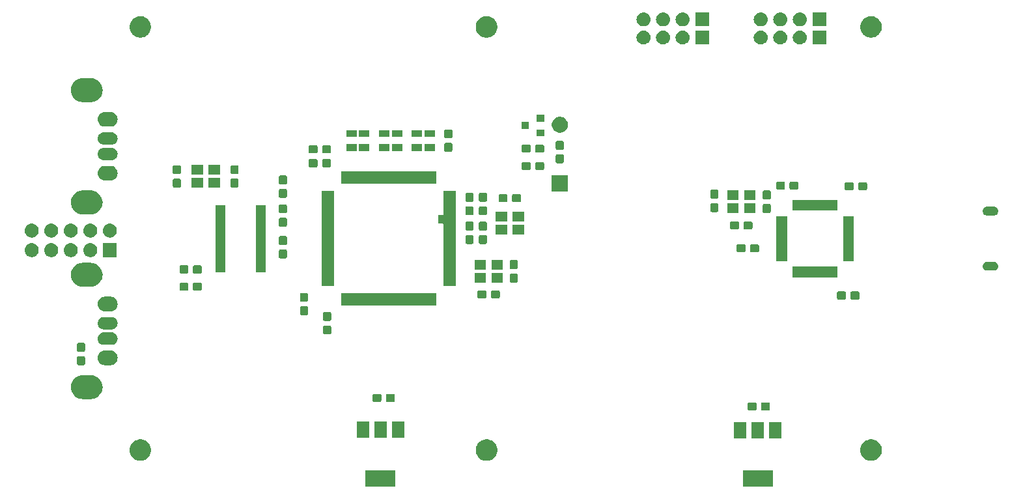
<source format=gbr>
G04 #@! TF.GenerationSoftware,KiCad,Pcbnew,(5.0.1)*
G04 #@! TF.CreationDate,2018-11-27T11:36:47+09:00*
G04 #@! TF.ProjectId,securehid,7365637572656869642E6B696361645F,rev?*
G04 #@! TF.SameCoordinates,Original*
G04 #@! TF.FileFunction,Soldermask,Top*
G04 #@! TF.FilePolarity,Negative*
%FSLAX46Y46*%
G04 Gerber Fmt 4.6, Leading zero omitted, Abs format (unit mm)*
G04 Created by KiCad (PCBNEW (5.0.1)) date Tue Nov 27 11:36:47 2018*
%MOMM*%
%LPD*%
G01*
G04 APERTURE LIST*
%ADD10C,0.100000*%
G04 APERTURE END LIST*
D10*
G36*
X133701000Y-113251000D02*
X129799000Y-113251000D01*
X129799000Y-111149000D01*
X133701000Y-111149000D01*
X133701000Y-113251000D01*
X133701000Y-113251000D01*
G37*
G36*
X84651000Y-113201000D02*
X80749000Y-113201000D01*
X80749000Y-111099000D01*
X84651000Y-111099000D01*
X84651000Y-113201000D01*
X84651000Y-113201000D01*
G37*
G36*
X146788433Y-107124893D02*
X146878657Y-107142839D01*
X146984267Y-107186585D01*
X147133621Y-107248449D01*
X147363089Y-107401774D01*
X147558226Y-107596911D01*
X147711551Y-107826379D01*
X147817161Y-108081344D01*
X147871000Y-108352012D01*
X147871000Y-108627988D01*
X147817161Y-108898656D01*
X147711551Y-109153621D01*
X147558226Y-109383089D01*
X147363089Y-109578226D01*
X147133621Y-109731551D01*
X146984267Y-109793415D01*
X146878657Y-109837161D01*
X146788433Y-109855107D01*
X146607988Y-109891000D01*
X146332012Y-109891000D01*
X146151567Y-109855107D01*
X146061343Y-109837161D01*
X145955733Y-109793415D01*
X145806379Y-109731551D01*
X145576911Y-109578226D01*
X145381774Y-109383089D01*
X145228449Y-109153621D01*
X145122839Y-108898656D01*
X145069000Y-108627988D01*
X145069000Y-108352012D01*
X145122839Y-108081344D01*
X145228449Y-107826379D01*
X145381774Y-107596911D01*
X145576911Y-107401774D01*
X145806379Y-107248449D01*
X145955733Y-107186585D01*
X146061343Y-107142839D01*
X146151567Y-107124893D01*
X146332012Y-107089000D01*
X146607988Y-107089000D01*
X146788433Y-107124893D01*
X146788433Y-107124893D01*
G37*
G36*
X51788433Y-107124893D02*
X51878657Y-107142839D01*
X51984267Y-107186585D01*
X52133621Y-107248449D01*
X52363089Y-107401774D01*
X52558226Y-107596911D01*
X52711551Y-107826379D01*
X52817161Y-108081344D01*
X52871000Y-108352012D01*
X52871000Y-108627988D01*
X52817161Y-108898656D01*
X52711551Y-109153621D01*
X52558226Y-109383089D01*
X52363089Y-109578226D01*
X52133621Y-109731551D01*
X51984267Y-109793415D01*
X51878657Y-109837161D01*
X51788433Y-109855107D01*
X51607988Y-109891000D01*
X51332012Y-109891000D01*
X51151567Y-109855107D01*
X51061343Y-109837161D01*
X50955733Y-109793415D01*
X50806379Y-109731551D01*
X50576911Y-109578226D01*
X50381774Y-109383089D01*
X50228449Y-109153621D01*
X50122839Y-108898656D01*
X50069000Y-108627988D01*
X50069000Y-108352012D01*
X50122839Y-108081344D01*
X50228449Y-107826379D01*
X50381774Y-107596911D01*
X50576911Y-107401774D01*
X50806379Y-107248449D01*
X50955733Y-107186585D01*
X51061343Y-107142839D01*
X51151567Y-107124893D01*
X51332012Y-107089000D01*
X51607988Y-107089000D01*
X51788433Y-107124893D01*
X51788433Y-107124893D01*
G37*
G36*
X96798433Y-107124893D02*
X96888657Y-107142839D01*
X96994267Y-107186585D01*
X97143621Y-107248449D01*
X97373089Y-107401774D01*
X97568226Y-107596911D01*
X97721551Y-107826379D01*
X97827161Y-108081344D01*
X97881000Y-108352012D01*
X97881000Y-108627988D01*
X97827161Y-108898656D01*
X97721551Y-109153621D01*
X97568226Y-109383089D01*
X97373089Y-109578226D01*
X97143621Y-109731551D01*
X96994267Y-109793415D01*
X96888657Y-109837161D01*
X96798433Y-109855107D01*
X96617988Y-109891000D01*
X96342012Y-109891000D01*
X96161567Y-109855107D01*
X96071343Y-109837161D01*
X95965733Y-109793415D01*
X95816379Y-109731551D01*
X95586911Y-109578226D01*
X95391774Y-109383089D01*
X95238449Y-109153621D01*
X95132839Y-108898656D01*
X95079000Y-108627988D01*
X95079000Y-108352012D01*
X95132839Y-108081344D01*
X95238449Y-107826379D01*
X95391774Y-107596911D01*
X95586911Y-107401774D01*
X95816379Y-107248449D01*
X95965733Y-107186585D01*
X96071343Y-107142839D01*
X96161567Y-107124893D01*
X96342012Y-107089000D01*
X96617988Y-107089000D01*
X96798433Y-107124893D01*
X96798433Y-107124893D01*
G37*
G36*
X130251000Y-106951000D02*
X128649000Y-106951000D01*
X128649000Y-104849000D01*
X130251000Y-104849000D01*
X130251000Y-106951000D01*
X130251000Y-106951000D01*
G37*
G36*
X132551000Y-106951000D02*
X130949000Y-106951000D01*
X130949000Y-104849000D01*
X132551000Y-104849000D01*
X132551000Y-106951000D01*
X132551000Y-106951000D01*
G37*
G36*
X134851000Y-106951000D02*
X133249000Y-106951000D01*
X133249000Y-104849000D01*
X134851000Y-104849000D01*
X134851000Y-106951000D01*
X134851000Y-106951000D01*
G37*
G36*
X85801000Y-106901000D02*
X84199000Y-106901000D01*
X84199000Y-104799000D01*
X85801000Y-104799000D01*
X85801000Y-106901000D01*
X85801000Y-106901000D01*
G37*
G36*
X81201000Y-106901000D02*
X79599000Y-106901000D01*
X79599000Y-104799000D01*
X81201000Y-104799000D01*
X81201000Y-106901000D01*
X81201000Y-106901000D01*
G37*
G36*
X83501000Y-106901000D02*
X81899000Y-106901000D01*
X81899000Y-104799000D01*
X83501000Y-104799000D01*
X83501000Y-106901000D01*
X83501000Y-106901000D01*
G37*
G36*
X133164499Y-102278445D02*
X133201993Y-102289819D01*
X133236557Y-102308294D01*
X133266847Y-102333153D01*
X133291706Y-102363443D01*
X133310181Y-102398007D01*
X133321555Y-102435501D01*
X133326000Y-102480638D01*
X133326000Y-103119362D01*
X133321555Y-103164499D01*
X133310181Y-103201993D01*
X133291706Y-103236557D01*
X133266847Y-103266847D01*
X133236557Y-103291706D01*
X133201993Y-103310181D01*
X133164499Y-103321555D01*
X133119362Y-103326000D01*
X132380638Y-103326000D01*
X132335501Y-103321555D01*
X132298007Y-103310181D01*
X132263443Y-103291706D01*
X132233153Y-103266847D01*
X132208294Y-103236557D01*
X132189819Y-103201993D01*
X132178445Y-103164499D01*
X132174000Y-103119362D01*
X132174000Y-102480638D01*
X132178445Y-102435501D01*
X132189819Y-102398007D01*
X132208294Y-102363443D01*
X132233153Y-102333153D01*
X132263443Y-102308294D01*
X132298007Y-102289819D01*
X132335501Y-102278445D01*
X132380638Y-102274000D01*
X133119362Y-102274000D01*
X133164499Y-102278445D01*
X133164499Y-102278445D01*
G37*
G36*
X131414499Y-102278445D02*
X131451993Y-102289819D01*
X131486557Y-102308294D01*
X131516847Y-102333153D01*
X131541706Y-102363443D01*
X131560181Y-102398007D01*
X131571555Y-102435501D01*
X131576000Y-102480638D01*
X131576000Y-103119362D01*
X131571555Y-103164499D01*
X131560181Y-103201993D01*
X131541706Y-103236557D01*
X131516847Y-103266847D01*
X131486557Y-103291706D01*
X131451993Y-103310181D01*
X131414499Y-103321555D01*
X131369362Y-103326000D01*
X130630638Y-103326000D01*
X130585501Y-103321555D01*
X130548007Y-103310181D01*
X130513443Y-103291706D01*
X130483153Y-103266847D01*
X130458294Y-103236557D01*
X130439819Y-103201993D01*
X130428445Y-103164499D01*
X130424000Y-103119362D01*
X130424000Y-102480638D01*
X130428445Y-102435501D01*
X130439819Y-102398007D01*
X130458294Y-102363443D01*
X130483153Y-102333153D01*
X130513443Y-102308294D01*
X130548007Y-102289819D01*
X130585501Y-102278445D01*
X130630638Y-102274000D01*
X131369362Y-102274000D01*
X131414499Y-102278445D01*
X131414499Y-102278445D01*
G37*
G36*
X84389499Y-101178445D02*
X84426993Y-101189819D01*
X84461557Y-101208294D01*
X84491847Y-101233153D01*
X84516706Y-101263443D01*
X84535181Y-101298007D01*
X84546555Y-101335501D01*
X84551000Y-101380638D01*
X84551000Y-102019362D01*
X84546555Y-102064499D01*
X84535181Y-102101993D01*
X84516706Y-102136557D01*
X84491847Y-102166847D01*
X84461557Y-102191706D01*
X84426993Y-102210181D01*
X84389499Y-102221555D01*
X84344362Y-102226000D01*
X83605638Y-102226000D01*
X83560501Y-102221555D01*
X83523007Y-102210181D01*
X83488443Y-102191706D01*
X83458153Y-102166847D01*
X83433294Y-102136557D01*
X83414819Y-102101993D01*
X83403445Y-102064499D01*
X83399000Y-102019362D01*
X83399000Y-101380638D01*
X83403445Y-101335501D01*
X83414819Y-101298007D01*
X83433294Y-101263443D01*
X83458153Y-101233153D01*
X83488443Y-101208294D01*
X83523007Y-101189819D01*
X83560501Y-101178445D01*
X83605638Y-101174000D01*
X84344362Y-101174000D01*
X84389499Y-101178445D01*
X84389499Y-101178445D01*
G37*
G36*
X82639499Y-101178445D02*
X82676993Y-101189819D01*
X82711557Y-101208294D01*
X82741847Y-101233153D01*
X82766706Y-101263443D01*
X82785181Y-101298007D01*
X82796555Y-101335501D01*
X82801000Y-101380638D01*
X82801000Y-102019362D01*
X82796555Y-102064499D01*
X82785181Y-102101993D01*
X82766706Y-102136557D01*
X82741847Y-102166847D01*
X82711557Y-102191706D01*
X82676993Y-102210181D01*
X82639499Y-102221555D01*
X82594362Y-102226000D01*
X81855638Y-102226000D01*
X81810501Y-102221555D01*
X81773007Y-102210181D01*
X81738443Y-102191706D01*
X81708153Y-102166847D01*
X81683294Y-102136557D01*
X81664819Y-102101993D01*
X81653445Y-102064499D01*
X81649000Y-102019362D01*
X81649000Y-101380638D01*
X81653445Y-101335501D01*
X81664819Y-101298007D01*
X81683294Y-101263443D01*
X81708153Y-101233153D01*
X81738443Y-101208294D01*
X81773007Y-101189819D01*
X81810501Y-101178445D01*
X81855638Y-101174000D01*
X82594362Y-101174000D01*
X82639499Y-101178445D01*
X82639499Y-101178445D01*
G37*
G36*
X45152143Y-98756481D02*
X45304049Y-98771442D01*
X45498959Y-98830567D01*
X45596415Y-98860130D01*
X45694690Y-98912660D01*
X45865858Y-99004151D01*
X46102029Y-99197971D01*
X46295849Y-99434142D01*
X46387340Y-99605310D01*
X46439870Y-99703585D01*
X46439870Y-99703586D01*
X46528558Y-99995951D01*
X46558504Y-100300000D01*
X46528558Y-100604049D01*
X46469433Y-100798959D01*
X46439870Y-100896415D01*
X46387340Y-100994690D01*
X46295849Y-101165858D01*
X46102029Y-101402029D01*
X45865858Y-101595849D01*
X45694690Y-101687340D01*
X45596415Y-101739870D01*
X45498959Y-101769433D01*
X45304049Y-101828558D01*
X45152143Y-101843519D01*
X45076191Y-101851000D01*
X43923809Y-101851000D01*
X43847857Y-101843519D01*
X43695951Y-101828558D01*
X43501041Y-101769433D01*
X43403585Y-101739870D01*
X43305310Y-101687340D01*
X43134142Y-101595849D01*
X42897971Y-101402029D01*
X42704151Y-101165858D01*
X42612660Y-100994690D01*
X42560130Y-100896415D01*
X42530567Y-100798959D01*
X42471442Y-100604049D01*
X42441496Y-100300000D01*
X42471442Y-99995951D01*
X42560130Y-99703586D01*
X42560130Y-99703585D01*
X42612660Y-99605310D01*
X42704151Y-99434142D01*
X42897971Y-99197971D01*
X43134142Y-99004151D01*
X43305310Y-98912660D01*
X43403585Y-98860130D01*
X43501041Y-98830567D01*
X43695951Y-98771442D01*
X43847857Y-98756481D01*
X43923809Y-98749000D01*
X45076191Y-98749000D01*
X45152143Y-98756481D01*
X45152143Y-98756481D01*
G37*
G36*
X47746425Y-95562760D02*
X47746428Y-95562761D01*
X47746429Y-95562761D01*
X47925693Y-95617140D01*
X47925695Y-95617141D01*
X48090905Y-95705448D01*
X48235712Y-95824288D01*
X48354552Y-95969095D01*
X48442859Y-96134305D01*
X48497240Y-96313575D01*
X48515601Y-96500000D01*
X48497240Y-96686425D01*
X48442859Y-96865695D01*
X48354552Y-97030905D01*
X48235712Y-97175712D01*
X48090905Y-97294552D01*
X48090903Y-97294553D01*
X47925693Y-97382860D01*
X47746429Y-97437239D01*
X47746428Y-97437239D01*
X47746425Y-97437240D01*
X47606718Y-97451000D01*
X46813282Y-97451000D01*
X46673575Y-97437240D01*
X46673572Y-97437239D01*
X46673571Y-97437239D01*
X46494307Y-97382860D01*
X46329097Y-97294553D01*
X46329095Y-97294552D01*
X46184288Y-97175712D01*
X46065448Y-97030905D01*
X45977141Y-96865695D01*
X45922760Y-96686425D01*
X45904399Y-96500000D01*
X45922760Y-96313575D01*
X45977141Y-96134305D01*
X46065448Y-95969095D01*
X46184288Y-95824288D01*
X46329095Y-95705448D01*
X46494305Y-95617141D01*
X46494307Y-95617140D01*
X46673571Y-95562761D01*
X46673572Y-95562761D01*
X46673575Y-95562760D01*
X46813282Y-95549000D01*
X47606718Y-95549000D01*
X47746425Y-95562760D01*
X47746425Y-95562760D01*
G37*
G36*
X44114499Y-96303445D02*
X44151993Y-96314819D01*
X44186557Y-96333294D01*
X44216847Y-96358153D01*
X44241706Y-96388443D01*
X44260181Y-96423007D01*
X44271555Y-96460501D01*
X44276000Y-96505638D01*
X44276000Y-97244362D01*
X44271555Y-97289499D01*
X44260181Y-97326993D01*
X44241706Y-97361557D01*
X44216847Y-97391847D01*
X44186557Y-97416706D01*
X44151993Y-97435181D01*
X44114499Y-97446555D01*
X44069362Y-97451000D01*
X43430638Y-97451000D01*
X43385501Y-97446555D01*
X43348007Y-97435181D01*
X43313443Y-97416706D01*
X43283153Y-97391847D01*
X43258294Y-97361557D01*
X43239819Y-97326993D01*
X43228445Y-97289499D01*
X43224000Y-97244362D01*
X43224000Y-96505638D01*
X43228445Y-96460501D01*
X43239819Y-96423007D01*
X43258294Y-96388443D01*
X43283153Y-96358153D01*
X43313443Y-96333294D01*
X43348007Y-96314819D01*
X43385501Y-96303445D01*
X43430638Y-96299000D01*
X44069362Y-96299000D01*
X44114499Y-96303445D01*
X44114499Y-96303445D01*
G37*
G36*
X44114499Y-94553445D02*
X44151993Y-94564819D01*
X44186557Y-94583294D01*
X44216847Y-94608153D01*
X44241706Y-94638443D01*
X44260181Y-94673007D01*
X44271555Y-94710501D01*
X44276000Y-94755638D01*
X44276000Y-95494362D01*
X44271555Y-95539499D01*
X44260181Y-95576993D01*
X44241706Y-95611557D01*
X44216847Y-95641847D01*
X44186557Y-95666706D01*
X44151993Y-95685181D01*
X44114499Y-95696555D01*
X44069362Y-95701000D01*
X43430638Y-95701000D01*
X43385501Y-95696555D01*
X43348007Y-95685181D01*
X43313443Y-95666706D01*
X43283153Y-95641847D01*
X43258294Y-95611557D01*
X43239819Y-95576993D01*
X43228445Y-95539499D01*
X43224000Y-95494362D01*
X43224000Y-94755638D01*
X43228445Y-94710501D01*
X43239819Y-94673007D01*
X43258294Y-94638443D01*
X43283153Y-94608153D01*
X43313443Y-94583294D01*
X43348007Y-94564819D01*
X43385501Y-94553445D01*
X43430638Y-94549000D01*
X44069362Y-94549000D01*
X44114499Y-94553445D01*
X44114499Y-94553445D01*
G37*
G36*
X47867025Y-93210590D02*
X48018012Y-93256392D01*
X48157165Y-93330770D01*
X48279133Y-93430867D01*
X48379230Y-93552835D01*
X48453608Y-93691988D01*
X48499410Y-93842975D01*
X48514875Y-94000000D01*
X48499410Y-94157025D01*
X48453608Y-94308012D01*
X48379230Y-94447165D01*
X48279133Y-94569133D01*
X48157165Y-94669230D01*
X48018012Y-94743608D01*
X47867025Y-94789410D01*
X47749346Y-94801000D01*
X46670654Y-94801000D01*
X46552975Y-94789410D01*
X46401988Y-94743608D01*
X46262835Y-94669230D01*
X46140867Y-94569133D01*
X46040770Y-94447165D01*
X45966392Y-94308012D01*
X45920590Y-94157025D01*
X45905125Y-94000000D01*
X45920590Y-93842975D01*
X45966392Y-93691988D01*
X46040770Y-93552835D01*
X46140867Y-93430867D01*
X46262835Y-93330770D01*
X46401988Y-93256392D01*
X46552975Y-93210590D01*
X46670654Y-93199000D01*
X47749346Y-93199000D01*
X47867025Y-93210590D01*
X47867025Y-93210590D01*
G37*
G36*
X76114499Y-92303445D02*
X76151993Y-92314819D01*
X76186557Y-92333294D01*
X76216847Y-92358153D01*
X76241706Y-92388443D01*
X76260181Y-92423007D01*
X76271555Y-92460501D01*
X76276000Y-92505638D01*
X76276000Y-93244362D01*
X76271555Y-93289499D01*
X76260181Y-93326993D01*
X76241706Y-93361557D01*
X76216847Y-93391847D01*
X76186557Y-93416706D01*
X76151993Y-93435181D01*
X76114499Y-93446555D01*
X76069362Y-93451000D01*
X75430638Y-93451000D01*
X75385501Y-93446555D01*
X75348007Y-93435181D01*
X75313443Y-93416706D01*
X75283153Y-93391847D01*
X75258294Y-93361557D01*
X75239819Y-93326993D01*
X75228445Y-93289499D01*
X75224000Y-93244362D01*
X75224000Y-92505638D01*
X75228445Y-92460501D01*
X75239819Y-92423007D01*
X75258294Y-92388443D01*
X75283153Y-92358153D01*
X75313443Y-92333294D01*
X75348007Y-92314819D01*
X75385501Y-92303445D01*
X75430638Y-92299000D01*
X76069362Y-92299000D01*
X76114499Y-92303445D01*
X76114499Y-92303445D01*
G37*
G36*
X47867025Y-91210590D02*
X48018012Y-91256392D01*
X48157165Y-91330770D01*
X48279133Y-91430867D01*
X48379230Y-91552835D01*
X48453608Y-91691988D01*
X48499410Y-91842975D01*
X48514875Y-92000000D01*
X48499410Y-92157025D01*
X48453608Y-92308012D01*
X48379230Y-92447165D01*
X48279133Y-92569133D01*
X48157165Y-92669230D01*
X48018012Y-92743608D01*
X47867025Y-92789410D01*
X47749346Y-92801000D01*
X46670654Y-92801000D01*
X46552975Y-92789410D01*
X46401988Y-92743608D01*
X46262835Y-92669230D01*
X46140867Y-92569133D01*
X46040770Y-92447165D01*
X45966392Y-92308012D01*
X45920590Y-92157025D01*
X45905125Y-92000000D01*
X45920590Y-91842975D01*
X45966392Y-91691988D01*
X46040770Y-91552835D01*
X46140867Y-91430867D01*
X46262835Y-91330770D01*
X46401988Y-91256392D01*
X46552975Y-91210590D01*
X46670654Y-91199000D01*
X47749346Y-91199000D01*
X47867025Y-91210590D01*
X47867025Y-91210590D01*
G37*
G36*
X76114499Y-90553445D02*
X76151993Y-90564819D01*
X76186557Y-90583294D01*
X76216847Y-90608153D01*
X76241706Y-90638443D01*
X76260181Y-90673007D01*
X76271555Y-90710501D01*
X76276000Y-90755638D01*
X76276000Y-91494362D01*
X76271555Y-91539499D01*
X76260181Y-91576993D01*
X76241706Y-91611557D01*
X76216847Y-91641847D01*
X76186557Y-91666706D01*
X76151993Y-91685181D01*
X76114499Y-91696555D01*
X76069362Y-91701000D01*
X75430638Y-91701000D01*
X75385501Y-91696555D01*
X75348007Y-91685181D01*
X75313443Y-91666706D01*
X75283153Y-91641847D01*
X75258294Y-91611557D01*
X75239819Y-91576993D01*
X75228445Y-91539499D01*
X75224000Y-91494362D01*
X75224000Y-90755638D01*
X75228445Y-90710501D01*
X75239819Y-90673007D01*
X75258294Y-90638443D01*
X75283153Y-90608153D01*
X75313443Y-90583294D01*
X75348007Y-90564819D01*
X75385501Y-90553445D01*
X75430638Y-90549000D01*
X76069362Y-90549000D01*
X76114499Y-90553445D01*
X76114499Y-90553445D01*
G37*
G36*
X73114499Y-89803445D02*
X73151993Y-89814819D01*
X73186557Y-89833294D01*
X73216847Y-89858153D01*
X73241706Y-89888443D01*
X73260181Y-89923007D01*
X73271555Y-89960501D01*
X73276000Y-90005638D01*
X73276000Y-90744362D01*
X73271555Y-90789499D01*
X73260181Y-90826993D01*
X73241706Y-90861557D01*
X73216847Y-90891847D01*
X73186557Y-90916706D01*
X73151993Y-90935181D01*
X73114499Y-90946555D01*
X73069362Y-90951000D01*
X72430638Y-90951000D01*
X72385501Y-90946555D01*
X72348007Y-90935181D01*
X72313443Y-90916706D01*
X72283153Y-90891847D01*
X72258294Y-90861557D01*
X72239819Y-90826993D01*
X72228445Y-90789499D01*
X72224000Y-90744362D01*
X72224000Y-90005638D01*
X72228445Y-89960501D01*
X72239819Y-89923007D01*
X72258294Y-89888443D01*
X72283153Y-89858153D01*
X72313443Y-89833294D01*
X72348007Y-89814819D01*
X72385501Y-89803445D01*
X72430638Y-89799000D01*
X73069362Y-89799000D01*
X73114499Y-89803445D01*
X73114499Y-89803445D01*
G37*
G36*
X47746425Y-88562760D02*
X47746428Y-88562761D01*
X47746429Y-88562761D01*
X47925693Y-88617140D01*
X47925695Y-88617141D01*
X48090905Y-88705448D01*
X48235712Y-88824288D01*
X48354552Y-88969095D01*
X48391728Y-89038646D01*
X48442860Y-89134307D01*
X48463091Y-89201000D01*
X48497240Y-89313575D01*
X48515601Y-89500000D01*
X48497240Y-89686425D01*
X48497239Y-89686428D01*
X48497239Y-89686429D01*
X48449646Y-89843323D01*
X48442859Y-89865695D01*
X48354552Y-90030905D01*
X48235712Y-90175712D01*
X48090905Y-90294552D01*
X48090903Y-90294553D01*
X47925693Y-90382860D01*
X47746429Y-90437239D01*
X47746428Y-90437239D01*
X47746425Y-90437240D01*
X47606718Y-90451000D01*
X46813282Y-90451000D01*
X46673575Y-90437240D01*
X46673572Y-90437239D01*
X46673571Y-90437239D01*
X46494307Y-90382860D01*
X46329097Y-90294553D01*
X46329095Y-90294552D01*
X46184288Y-90175712D01*
X46065448Y-90030905D01*
X45977141Y-89865695D01*
X45970355Y-89843323D01*
X45922761Y-89686429D01*
X45922761Y-89686428D01*
X45922760Y-89686425D01*
X45904399Y-89500000D01*
X45922760Y-89313575D01*
X45956909Y-89201000D01*
X45977140Y-89134307D01*
X46028272Y-89038646D01*
X46065448Y-88969095D01*
X46184288Y-88824288D01*
X46329095Y-88705448D01*
X46494305Y-88617141D01*
X46494307Y-88617140D01*
X46673571Y-88562761D01*
X46673572Y-88562761D01*
X46673575Y-88562760D01*
X46813282Y-88549000D01*
X47606718Y-88549000D01*
X47746425Y-88562760D01*
X47746425Y-88562760D01*
G37*
G36*
X89941000Y-89701000D02*
X77559000Y-89701000D01*
X77559000Y-88099000D01*
X89941000Y-88099000D01*
X89941000Y-89701000D01*
X89941000Y-89701000D01*
G37*
G36*
X73114499Y-88053445D02*
X73151993Y-88064819D01*
X73186557Y-88083294D01*
X73216847Y-88108153D01*
X73241706Y-88138443D01*
X73260181Y-88173007D01*
X73271555Y-88210501D01*
X73276000Y-88255638D01*
X73276000Y-88994362D01*
X73271555Y-89039499D01*
X73260181Y-89076993D01*
X73241706Y-89111557D01*
X73216847Y-89141847D01*
X73186557Y-89166706D01*
X73151993Y-89185181D01*
X73114499Y-89196555D01*
X73069362Y-89201000D01*
X72430638Y-89201000D01*
X72385501Y-89196555D01*
X72348007Y-89185181D01*
X72313443Y-89166706D01*
X72283153Y-89141847D01*
X72258294Y-89111557D01*
X72239819Y-89076993D01*
X72228445Y-89039499D01*
X72224000Y-88994362D01*
X72224000Y-88255638D01*
X72228445Y-88210501D01*
X72239819Y-88173007D01*
X72258294Y-88138443D01*
X72283153Y-88108153D01*
X72313443Y-88083294D01*
X72348007Y-88064819D01*
X72385501Y-88053445D01*
X72430638Y-88049000D01*
X73069362Y-88049000D01*
X73114499Y-88053445D01*
X73114499Y-88053445D01*
G37*
G36*
X144789499Y-87878445D02*
X144826993Y-87889819D01*
X144861557Y-87908294D01*
X144891847Y-87933153D01*
X144916706Y-87963443D01*
X144935181Y-87998007D01*
X144946555Y-88035501D01*
X144951000Y-88080638D01*
X144951000Y-88719362D01*
X144946555Y-88764499D01*
X144935181Y-88801993D01*
X144916706Y-88836557D01*
X144891847Y-88866847D01*
X144861557Y-88891706D01*
X144826993Y-88910181D01*
X144789499Y-88921555D01*
X144744362Y-88926000D01*
X144005638Y-88926000D01*
X143960501Y-88921555D01*
X143923007Y-88910181D01*
X143888443Y-88891706D01*
X143858153Y-88866847D01*
X143833294Y-88836557D01*
X143814819Y-88801993D01*
X143803445Y-88764499D01*
X143799000Y-88719362D01*
X143799000Y-88080638D01*
X143803445Y-88035501D01*
X143814819Y-87998007D01*
X143833294Y-87963443D01*
X143858153Y-87933153D01*
X143888443Y-87908294D01*
X143923007Y-87889819D01*
X143960501Y-87878445D01*
X144005638Y-87874000D01*
X144744362Y-87874000D01*
X144789499Y-87878445D01*
X144789499Y-87878445D01*
G37*
G36*
X143039499Y-87878445D02*
X143076993Y-87889819D01*
X143111557Y-87908294D01*
X143141847Y-87933153D01*
X143166706Y-87963443D01*
X143185181Y-87998007D01*
X143196555Y-88035501D01*
X143201000Y-88080638D01*
X143201000Y-88719362D01*
X143196555Y-88764499D01*
X143185181Y-88801993D01*
X143166706Y-88836557D01*
X143141847Y-88866847D01*
X143111557Y-88891706D01*
X143076993Y-88910181D01*
X143039499Y-88921555D01*
X142994362Y-88926000D01*
X142255638Y-88926000D01*
X142210501Y-88921555D01*
X142173007Y-88910181D01*
X142138443Y-88891706D01*
X142108153Y-88866847D01*
X142083294Y-88836557D01*
X142064819Y-88801993D01*
X142053445Y-88764499D01*
X142049000Y-88719362D01*
X142049000Y-88080638D01*
X142053445Y-88035501D01*
X142064819Y-87998007D01*
X142083294Y-87963443D01*
X142108153Y-87933153D01*
X142138443Y-87908294D01*
X142173007Y-87889819D01*
X142210501Y-87878445D01*
X142255638Y-87874000D01*
X142994362Y-87874000D01*
X143039499Y-87878445D01*
X143039499Y-87878445D01*
G37*
G36*
X96289499Y-87728445D02*
X96326993Y-87739819D01*
X96361557Y-87758294D01*
X96391847Y-87783153D01*
X96416706Y-87813443D01*
X96435181Y-87848007D01*
X96446555Y-87885501D01*
X96451000Y-87930638D01*
X96451000Y-88569362D01*
X96446555Y-88614499D01*
X96435181Y-88651993D01*
X96416706Y-88686557D01*
X96391847Y-88716847D01*
X96361557Y-88741706D01*
X96326993Y-88760181D01*
X96289499Y-88771555D01*
X96244362Y-88776000D01*
X95505638Y-88776000D01*
X95460501Y-88771555D01*
X95423007Y-88760181D01*
X95388443Y-88741706D01*
X95358153Y-88716847D01*
X95333294Y-88686557D01*
X95314819Y-88651993D01*
X95303445Y-88614499D01*
X95299000Y-88569362D01*
X95299000Y-87930638D01*
X95303445Y-87885501D01*
X95314819Y-87848007D01*
X95333294Y-87813443D01*
X95358153Y-87783153D01*
X95388443Y-87758294D01*
X95423007Y-87739819D01*
X95460501Y-87728445D01*
X95505638Y-87724000D01*
X96244362Y-87724000D01*
X96289499Y-87728445D01*
X96289499Y-87728445D01*
G37*
G36*
X98039499Y-87728445D02*
X98076993Y-87739819D01*
X98111557Y-87758294D01*
X98141847Y-87783153D01*
X98166706Y-87813443D01*
X98185181Y-87848007D01*
X98196555Y-87885501D01*
X98201000Y-87930638D01*
X98201000Y-88569362D01*
X98196555Y-88614499D01*
X98185181Y-88651993D01*
X98166706Y-88686557D01*
X98141847Y-88716847D01*
X98111557Y-88741706D01*
X98076993Y-88760181D01*
X98039499Y-88771555D01*
X97994362Y-88776000D01*
X97255638Y-88776000D01*
X97210501Y-88771555D01*
X97173007Y-88760181D01*
X97138443Y-88741706D01*
X97108153Y-88716847D01*
X97083294Y-88686557D01*
X97064819Y-88651993D01*
X97053445Y-88614499D01*
X97049000Y-88569362D01*
X97049000Y-87930638D01*
X97053445Y-87885501D01*
X97064819Y-87848007D01*
X97083294Y-87813443D01*
X97108153Y-87783153D01*
X97138443Y-87758294D01*
X97173007Y-87739819D01*
X97210501Y-87728445D01*
X97255638Y-87724000D01*
X97994362Y-87724000D01*
X98039499Y-87728445D01*
X98039499Y-87728445D01*
G37*
G36*
X57539499Y-86728445D02*
X57576993Y-86739819D01*
X57611557Y-86758294D01*
X57641847Y-86783153D01*
X57666706Y-86813443D01*
X57685181Y-86848007D01*
X57696555Y-86885501D01*
X57701000Y-86930638D01*
X57701000Y-87569362D01*
X57696555Y-87614499D01*
X57685181Y-87651993D01*
X57666706Y-87686557D01*
X57641847Y-87716847D01*
X57611557Y-87741706D01*
X57576993Y-87760181D01*
X57539499Y-87771555D01*
X57494362Y-87776000D01*
X56755638Y-87776000D01*
X56710501Y-87771555D01*
X56673007Y-87760181D01*
X56638443Y-87741706D01*
X56608153Y-87716847D01*
X56583294Y-87686557D01*
X56564819Y-87651993D01*
X56553445Y-87614499D01*
X56549000Y-87569362D01*
X56549000Y-86930638D01*
X56553445Y-86885501D01*
X56564819Y-86848007D01*
X56583294Y-86813443D01*
X56608153Y-86783153D01*
X56638443Y-86758294D01*
X56673007Y-86739819D01*
X56710501Y-86728445D01*
X56755638Y-86724000D01*
X57494362Y-86724000D01*
X57539499Y-86728445D01*
X57539499Y-86728445D01*
G37*
G36*
X59289499Y-86728445D02*
X59326993Y-86739819D01*
X59361557Y-86758294D01*
X59391847Y-86783153D01*
X59416706Y-86813443D01*
X59435181Y-86848007D01*
X59446555Y-86885501D01*
X59451000Y-86930638D01*
X59451000Y-87569362D01*
X59446555Y-87614499D01*
X59435181Y-87651993D01*
X59416706Y-87686557D01*
X59391847Y-87716847D01*
X59361557Y-87741706D01*
X59326993Y-87760181D01*
X59289499Y-87771555D01*
X59244362Y-87776000D01*
X58505638Y-87776000D01*
X58460501Y-87771555D01*
X58423007Y-87760181D01*
X58388443Y-87741706D01*
X58358153Y-87716847D01*
X58333294Y-87686557D01*
X58314819Y-87651993D01*
X58303445Y-87614499D01*
X58299000Y-87569362D01*
X58299000Y-86930638D01*
X58303445Y-86885501D01*
X58314819Y-86848007D01*
X58333294Y-86813443D01*
X58358153Y-86783153D01*
X58388443Y-86758294D01*
X58423007Y-86739819D01*
X58460501Y-86728445D01*
X58505638Y-86724000D01*
X59244362Y-86724000D01*
X59289499Y-86728445D01*
X59289499Y-86728445D01*
G37*
G36*
X45152143Y-84156481D02*
X45304049Y-84171442D01*
X45498959Y-84230567D01*
X45596415Y-84260130D01*
X45687843Y-84309000D01*
X45865858Y-84404151D01*
X46102029Y-84597971D01*
X46295849Y-84834142D01*
X46355610Y-84945947D01*
X46439870Y-85103585D01*
X46451725Y-85142666D01*
X46528558Y-85395951D01*
X46558504Y-85700000D01*
X46528558Y-86004049D01*
X46471847Y-86191000D01*
X46439870Y-86296415D01*
X46433143Y-86309000D01*
X46295849Y-86565858D01*
X46102029Y-86802029D01*
X45865858Y-86995849D01*
X45694690Y-87087340D01*
X45596415Y-87139870D01*
X45498959Y-87169433D01*
X45304049Y-87228558D01*
X45152143Y-87243519D01*
X45076191Y-87251000D01*
X43923809Y-87251000D01*
X43847857Y-87243519D01*
X43695951Y-87228558D01*
X43501041Y-87169433D01*
X43403585Y-87139870D01*
X43305310Y-87087340D01*
X43134142Y-86995849D01*
X42897971Y-86802029D01*
X42704151Y-86565858D01*
X42566857Y-86309000D01*
X42560130Y-86296415D01*
X42528153Y-86191000D01*
X42471442Y-86004049D01*
X42441496Y-85700000D01*
X42471442Y-85395951D01*
X42548275Y-85142666D01*
X42560130Y-85103585D01*
X42644390Y-84945947D01*
X42704151Y-84834142D01*
X42897971Y-84597971D01*
X43134142Y-84404151D01*
X43312157Y-84309000D01*
X43403585Y-84260130D01*
X43501041Y-84230567D01*
X43695951Y-84171442D01*
X43847857Y-84156481D01*
X43923809Y-84149000D01*
X45076191Y-84149000D01*
X45152143Y-84156481D01*
X45152143Y-84156481D01*
G37*
G36*
X76651000Y-87191000D02*
X75049000Y-87191000D01*
X75049000Y-74809000D01*
X76651000Y-74809000D01*
X76651000Y-87191000D01*
X76651000Y-87191000D01*
G37*
G36*
X92451000Y-87191000D02*
X90849000Y-87191000D01*
X90849000Y-79176000D01*
X90846598Y-79151614D01*
X90839485Y-79128165D01*
X90827934Y-79106554D01*
X90812388Y-79087612D01*
X90793446Y-79072066D01*
X90771835Y-79060515D01*
X90748386Y-79053402D01*
X90724000Y-79051000D01*
X90199000Y-79051000D01*
X90199000Y-77949000D01*
X90724000Y-77949000D01*
X90748386Y-77946598D01*
X90771835Y-77939485D01*
X90793446Y-77927934D01*
X90812388Y-77912388D01*
X90827934Y-77893446D01*
X90839485Y-77871835D01*
X90846598Y-77848386D01*
X90849000Y-77824000D01*
X90849000Y-74809000D01*
X92451000Y-74809000D01*
X92451000Y-87191000D01*
X92451000Y-87191000D01*
G37*
G36*
X96401000Y-86751000D02*
X94899000Y-86751000D01*
X94899000Y-85449000D01*
X96401000Y-85449000D01*
X96401000Y-86751000D01*
X96401000Y-86751000D01*
G37*
G36*
X98601000Y-86751000D02*
X97099000Y-86751000D01*
X97099000Y-85449000D01*
X98601000Y-85449000D01*
X98601000Y-86751000D01*
X98601000Y-86751000D01*
G37*
G36*
X100364499Y-85553445D02*
X100401993Y-85564819D01*
X100436557Y-85583294D01*
X100466847Y-85608153D01*
X100491706Y-85638443D01*
X100510181Y-85673007D01*
X100521555Y-85710501D01*
X100526000Y-85755638D01*
X100526000Y-86494362D01*
X100521555Y-86539499D01*
X100510181Y-86576993D01*
X100491706Y-86611557D01*
X100466847Y-86641847D01*
X100436557Y-86666706D01*
X100401993Y-86685181D01*
X100364499Y-86696555D01*
X100319362Y-86701000D01*
X99680638Y-86701000D01*
X99635501Y-86696555D01*
X99598007Y-86685181D01*
X99563443Y-86666706D01*
X99533153Y-86641847D01*
X99508294Y-86611557D01*
X99489819Y-86576993D01*
X99478445Y-86539499D01*
X99474000Y-86494362D01*
X99474000Y-85755638D01*
X99478445Y-85710501D01*
X99489819Y-85673007D01*
X99508294Y-85638443D01*
X99533153Y-85608153D01*
X99563443Y-85583294D01*
X99598007Y-85564819D01*
X99635501Y-85553445D01*
X99680638Y-85549000D01*
X100319362Y-85549000D01*
X100364499Y-85553445D01*
X100364499Y-85553445D01*
G37*
G36*
X142126000Y-86051000D02*
X136274000Y-86051000D01*
X136274000Y-84649000D01*
X142126000Y-84649000D01*
X142126000Y-86051000D01*
X142126000Y-86051000D01*
G37*
G36*
X57539499Y-84478445D02*
X57576993Y-84489819D01*
X57611557Y-84508294D01*
X57641847Y-84533153D01*
X57666706Y-84563443D01*
X57685181Y-84598007D01*
X57696555Y-84635501D01*
X57701000Y-84680638D01*
X57701000Y-85319362D01*
X57696555Y-85364499D01*
X57685181Y-85401993D01*
X57666706Y-85436557D01*
X57641847Y-85466847D01*
X57611557Y-85491706D01*
X57576993Y-85510181D01*
X57539499Y-85521555D01*
X57494362Y-85526000D01*
X56755638Y-85526000D01*
X56710501Y-85521555D01*
X56673007Y-85510181D01*
X56638443Y-85491706D01*
X56608153Y-85466847D01*
X56583294Y-85436557D01*
X56564819Y-85401993D01*
X56553445Y-85364499D01*
X56549000Y-85319362D01*
X56549000Y-84680638D01*
X56553445Y-84635501D01*
X56564819Y-84598007D01*
X56583294Y-84563443D01*
X56608153Y-84533153D01*
X56638443Y-84508294D01*
X56673007Y-84489819D01*
X56710501Y-84478445D01*
X56755638Y-84474000D01*
X57494362Y-84474000D01*
X57539499Y-84478445D01*
X57539499Y-84478445D01*
G37*
G36*
X59289499Y-84478445D02*
X59326993Y-84489819D01*
X59361557Y-84508294D01*
X59391847Y-84533153D01*
X59416706Y-84563443D01*
X59435181Y-84598007D01*
X59446555Y-84635501D01*
X59451000Y-84680638D01*
X59451000Y-85319362D01*
X59446555Y-85364499D01*
X59435181Y-85401993D01*
X59416706Y-85436557D01*
X59391847Y-85466847D01*
X59361557Y-85491706D01*
X59326993Y-85510181D01*
X59289499Y-85521555D01*
X59244362Y-85526000D01*
X58505638Y-85526000D01*
X58460501Y-85521555D01*
X58423007Y-85510181D01*
X58388443Y-85491706D01*
X58358153Y-85466847D01*
X58333294Y-85436557D01*
X58314819Y-85401993D01*
X58303445Y-85364499D01*
X58299000Y-85319362D01*
X58299000Y-84680638D01*
X58303445Y-84635501D01*
X58314819Y-84598007D01*
X58333294Y-84563443D01*
X58358153Y-84533153D01*
X58388443Y-84508294D01*
X58423007Y-84489819D01*
X58460501Y-84478445D01*
X58505638Y-84474000D01*
X59244362Y-84474000D01*
X59289499Y-84478445D01*
X59289499Y-84478445D01*
G37*
G36*
X67751000Y-85378500D02*
X66449000Y-85378500D01*
X66449000Y-76621500D01*
X67751000Y-76621500D01*
X67751000Y-85378500D01*
X67751000Y-85378500D01*
G37*
G36*
X62551000Y-85378500D02*
X61249000Y-85378500D01*
X61249000Y-76621500D01*
X62551000Y-76621500D01*
X62551000Y-85378500D01*
X62551000Y-85378500D01*
G37*
G36*
X162537916Y-84007334D02*
X162646492Y-84040271D01*
X162746557Y-84093756D01*
X162834264Y-84165736D01*
X162906244Y-84253443D01*
X162959729Y-84353508D01*
X162992666Y-84462084D01*
X163003787Y-84575000D01*
X162992666Y-84687916D01*
X162959729Y-84796492D01*
X162906244Y-84896557D01*
X162834264Y-84984264D01*
X162746557Y-85056244D01*
X162646492Y-85109729D01*
X162537916Y-85142666D01*
X162453298Y-85151000D01*
X161546702Y-85151000D01*
X161462084Y-85142666D01*
X161353508Y-85109729D01*
X161253443Y-85056244D01*
X161165736Y-84984264D01*
X161093756Y-84896557D01*
X161040271Y-84796492D01*
X161007334Y-84687916D01*
X160996213Y-84575000D01*
X161007334Y-84462084D01*
X161040271Y-84353508D01*
X161093756Y-84253443D01*
X161165736Y-84165736D01*
X161253443Y-84093756D01*
X161353508Y-84040271D01*
X161462084Y-84007334D01*
X161546702Y-83999000D01*
X162453298Y-83999000D01*
X162537916Y-84007334D01*
X162537916Y-84007334D01*
G37*
G36*
X96401000Y-85051000D02*
X94899000Y-85051000D01*
X94899000Y-83749000D01*
X96401000Y-83749000D01*
X96401000Y-85051000D01*
X96401000Y-85051000D01*
G37*
G36*
X98601000Y-85051000D02*
X97099000Y-85051000D01*
X97099000Y-83749000D01*
X98601000Y-83749000D01*
X98601000Y-85051000D01*
X98601000Y-85051000D01*
G37*
G36*
X100364499Y-83803445D02*
X100401993Y-83814819D01*
X100436557Y-83833294D01*
X100466847Y-83858153D01*
X100491706Y-83888443D01*
X100510181Y-83923007D01*
X100521555Y-83960501D01*
X100526000Y-84005638D01*
X100526000Y-84744362D01*
X100521555Y-84789499D01*
X100510181Y-84826993D01*
X100491706Y-84861557D01*
X100466847Y-84891847D01*
X100436557Y-84916706D01*
X100401993Y-84935181D01*
X100364499Y-84946555D01*
X100319362Y-84951000D01*
X99680638Y-84951000D01*
X99635501Y-84946555D01*
X99598007Y-84935181D01*
X99563443Y-84916706D01*
X99533153Y-84891847D01*
X99508294Y-84861557D01*
X99489819Y-84826993D01*
X99478445Y-84789499D01*
X99474000Y-84744362D01*
X99474000Y-84005638D01*
X99478445Y-83960501D01*
X99489819Y-83923007D01*
X99508294Y-83888443D01*
X99533153Y-83858153D01*
X99563443Y-83833294D01*
X99598007Y-83814819D01*
X99635501Y-83803445D01*
X99680638Y-83799000D01*
X100319362Y-83799000D01*
X100364499Y-83803445D01*
X100364499Y-83803445D01*
G37*
G36*
X144251000Y-83926000D02*
X142849000Y-83926000D01*
X142849000Y-78074000D01*
X144251000Y-78074000D01*
X144251000Y-83926000D01*
X144251000Y-83926000D01*
G37*
G36*
X135551000Y-83926000D02*
X134149000Y-83926000D01*
X134149000Y-78074000D01*
X135551000Y-78074000D01*
X135551000Y-83926000D01*
X135551000Y-83926000D01*
G37*
G36*
X70364499Y-82428445D02*
X70401993Y-82439819D01*
X70436557Y-82458294D01*
X70466847Y-82483153D01*
X70491706Y-82513443D01*
X70510181Y-82548007D01*
X70521555Y-82585501D01*
X70526000Y-82630638D01*
X70526000Y-83369362D01*
X70521555Y-83414499D01*
X70510181Y-83451993D01*
X70491706Y-83486557D01*
X70466847Y-83516847D01*
X70436557Y-83541706D01*
X70401993Y-83560181D01*
X70364499Y-83571555D01*
X70319362Y-83576000D01*
X69680638Y-83576000D01*
X69635501Y-83571555D01*
X69598007Y-83560181D01*
X69563443Y-83541706D01*
X69533153Y-83516847D01*
X69508294Y-83486557D01*
X69489819Y-83451993D01*
X69478445Y-83414499D01*
X69474000Y-83369362D01*
X69474000Y-82630638D01*
X69478445Y-82585501D01*
X69489819Y-82548007D01*
X69508294Y-82513443D01*
X69533153Y-82483153D01*
X69563443Y-82458294D01*
X69598007Y-82439819D01*
X69635501Y-82428445D01*
X69680638Y-82424000D01*
X70319362Y-82424000D01*
X70364499Y-82428445D01*
X70364499Y-82428445D01*
G37*
G36*
X37450442Y-81605518D02*
X37516627Y-81612037D01*
X37629853Y-81646384D01*
X37686467Y-81663557D01*
X37823038Y-81736557D01*
X37842991Y-81747222D01*
X37856482Y-81758294D01*
X37980186Y-81859814D01*
X38063448Y-81961271D01*
X38092778Y-81997009D01*
X38092779Y-81997011D01*
X38176443Y-82153533D01*
X38176443Y-82153534D01*
X38227963Y-82323373D01*
X38245359Y-82500000D01*
X38227963Y-82676627D01*
X38202617Y-82760181D01*
X38176443Y-82846467D01*
X38133931Y-82926000D01*
X38092778Y-83002991D01*
X38063448Y-83038729D01*
X37980186Y-83140186D01*
X37878729Y-83223448D01*
X37842991Y-83252778D01*
X37842989Y-83252779D01*
X37686467Y-83336443D01*
X37629853Y-83353616D01*
X37516627Y-83387963D01*
X37450443Y-83394481D01*
X37384260Y-83401000D01*
X37295740Y-83401000D01*
X37229557Y-83394481D01*
X37163373Y-83387963D01*
X37050147Y-83353616D01*
X36993533Y-83336443D01*
X36837011Y-83252779D01*
X36837009Y-83252778D01*
X36801271Y-83223448D01*
X36699814Y-83140186D01*
X36616552Y-83038729D01*
X36587222Y-83002991D01*
X36546069Y-82926000D01*
X36503557Y-82846467D01*
X36477383Y-82760181D01*
X36452037Y-82676627D01*
X36434641Y-82500000D01*
X36452037Y-82323373D01*
X36503557Y-82153534D01*
X36503557Y-82153533D01*
X36587221Y-81997011D01*
X36587222Y-81997009D01*
X36616552Y-81961271D01*
X36699814Y-81859814D01*
X36823518Y-81758294D01*
X36837009Y-81747222D01*
X36856962Y-81736557D01*
X36993533Y-81663557D01*
X37050147Y-81646384D01*
X37163373Y-81612037D01*
X37229558Y-81605518D01*
X37295740Y-81599000D01*
X37384260Y-81599000D01*
X37450442Y-81605518D01*
X37450442Y-81605518D01*
G37*
G36*
X45070442Y-81605518D02*
X45136627Y-81612037D01*
X45249853Y-81646384D01*
X45306467Y-81663557D01*
X45443038Y-81736557D01*
X45462991Y-81747222D01*
X45476482Y-81758294D01*
X45600186Y-81859814D01*
X45683448Y-81961271D01*
X45712778Y-81997009D01*
X45712779Y-81997011D01*
X45796443Y-82153533D01*
X45796443Y-82153534D01*
X45847963Y-82323373D01*
X45865359Y-82500000D01*
X45847963Y-82676627D01*
X45822617Y-82760181D01*
X45796443Y-82846467D01*
X45753931Y-82926000D01*
X45712778Y-83002991D01*
X45683448Y-83038729D01*
X45600186Y-83140186D01*
X45498729Y-83223448D01*
X45462991Y-83252778D01*
X45462989Y-83252779D01*
X45306467Y-83336443D01*
X45249853Y-83353616D01*
X45136627Y-83387963D01*
X45070443Y-83394481D01*
X45004260Y-83401000D01*
X44915740Y-83401000D01*
X44849557Y-83394481D01*
X44783373Y-83387963D01*
X44670147Y-83353616D01*
X44613533Y-83336443D01*
X44457011Y-83252779D01*
X44457009Y-83252778D01*
X44421271Y-83223448D01*
X44319814Y-83140186D01*
X44236552Y-83038729D01*
X44207222Y-83002991D01*
X44166069Y-82926000D01*
X44123557Y-82846467D01*
X44097383Y-82760181D01*
X44072037Y-82676627D01*
X44054641Y-82500000D01*
X44072037Y-82323373D01*
X44123557Y-82153534D01*
X44123557Y-82153533D01*
X44207221Y-81997011D01*
X44207222Y-81997009D01*
X44236552Y-81961271D01*
X44319814Y-81859814D01*
X44443518Y-81758294D01*
X44457009Y-81747222D01*
X44476962Y-81736557D01*
X44613533Y-81663557D01*
X44670147Y-81646384D01*
X44783373Y-81612037D01*
X44849558Y-81605518D01*
X44915740Y-81599000D01*
X45004260Y-81599000D01*
X45070442Y-81605518D01*
X45070442Y-81605518D01*
G37*
G36*
X42530442Y-81605518D02*
X42596627Y-81612037D01*
X42709853Y-81646384D01*
X42766467Y-81663557D01*
X42903038Y-81736557D01*
X42922991Y-81747222D01*
X42936482Y-81758294D01*
X43060186Y-81859814D01*
X43143448Y-81961271D01*
X43172778Y-81997009D01*
X43172779Y-81997011D01*
X43256443Y-82153533D01*
X43256443Y-82153534D01*
X43307963Y-82323373D01*
X43325359Y-82500000D01*
X43307963Y-82676627D01*
X43282617Y-82760181D01*
X43256443Y-82846467D01*
X43213931Y-82926000D01*
X43172778Y-83002991D01*
X43143448Y-83038729D01*
X43060186Y-83140186D01*
X42958729Y-83223448D01*
X42922991Y-83252778D01*
X42922989Y-83252779D01*
X42766467Y-83336443D01*
X42709853Y-83353616D01*
X42596627Y-83387963D01*
X42530443Y-83394481D01*
X42464260Y-83401000D01*
X42375740Y-83401000D01*
X42309557Y-83394481D01*
X42243373Y-83387963D01*
X42130147Y-83353616D01*
X42073533Y-83336443D01*
X41917011Y-83252779D01*
X41917009Y-83252778D01*
X41881271Y-83223448D01*
X41779814Y-83140186D01*
X41696552Y-83038729D01*
X41667222Y-83002991D01*
X41626069Y-82926000D01*
X41583557Y-82846467D01*
X41557383Y-82760181D01*
X41532037Y-82676627D01*
X41514641Y-82500000D01*
X41532037Y-82323373D01*
X41583557Y-82153534D01*
X41583557Y-82153533D01*
X41667221Y-81997011D01*
X41667222Y-81997009D01*
X41696552Y-81961271D01*
X41779814Y-81859814D01*
X41903518Y-81758294D01*
X41917009Y-81747222D01*
X41936962Y-81736557D01*
X42073533Y-81663557D01*
X42130147Y-81646384D01*
X42243373Y-81612037D01*
X42309558Y-81605518D01*
X42375740Y-81599000D01*
X42464260Y-81599000D01*
X42530442Y-81605518D01*
X42530442Y-81605518D01*
G37*
G36*
X39990442Y-81605518D02*
X40056627Y-81612037D01*
X40169853Y-81646384D01*
X40226467Y-81663557D01*
X40363038Y-81736557D01*
X40382991Y-81747222D01*
X40396482Y-81758294D01*
X40520186Y-81859814D01*
X40603448Y-81961271D01*
X40632778Y-81997009D01*
X40632779Y-81997011D01*
X40716443Y-82153533D01*
X40716443Y-82153534D01*
X40767963Y-82323373D01*
X40785359Y-82500000D01*
X40767963Y-82676627D01*
X40742617Y-82760181D01*
X40716443Y-82846467D01*
X40673931Y-82926000D01*
X40632778Y-83002991D01*
X40603448Y-83038729D01*
X40520186Y-83140186D01*
X40418729Y-83223448D01*
X40382991Y-83252778D01*
X40382989Y-83252779D01*
X40226467Y-83336443D01*
X40169853Y-83353616D01*
X40056627Y-83387963D01*
X39990443Y-83394481D01*
X39924260Y-83401000D01*
X39835740Y-83401000D01*
X39769557Y-83394481D01*
X39703373Y-83387963D01*
X39590147Y-83353616D01*
X39533533Y-83336443D01*
X39377011Y-83252779D01*
X39377009Y-83252778D01*
X39341271Y-83223448D01*
X39239814Y-83140186D01*
X39156552Y-83038729D01*
X39127222Y-83002991D01*
X39086069Y-82926000D01*
X39043557Y-82846467D01*
X39017383Y-82760181D01*
X38992037Y-82676627D01*
X38974641Y-82500000D01*
X38992037Y-82323373D01*
X39043557Y-82153534D01*
X39043557Y-82153533D01*
X39127221Y-81997011D01*
X39127222Y-81997009D01*
X39156552Y-81961271D01*
X39239814Y-81859814D01*
X39363518Y-81758294D01*
X39377009Y-81747222D01*
X39396962Y-81736557D01*
X39533533Y-81663557D01*
X39590147Y-81646384D01*
X39703373Y-81612037D01*
X39769558Y-81605518D01*
X39835740Y-81599000D01*
X39924260Y-81599000D01*
X39990442Y-81605518D01*
X39990442Y-81605518D01*
G37*
G36*
X48401000Y-83401000D02*
X46599000Y-83401000D01*
X46599000Y-81599000D01*
X48401000Y-81599000D01*
X48401000Y-83401000D01*
X48401000Y-83401000D01*
G37*
G36*
X131739499Y-81728445D02*
X131776993Y-81739819D01*
X131811557Y-81758294D01*
X131841847Y-81783153D01*
X131866706Y-81813443D01*
X131885181Y-81848007D01*
X131896555Y-81885501D01*
X131901000Y-81930638D01*
X131901000Y-82569362D01*
X131896555Y-82614499D01*
X131885181Y-82651993D01*
X131866706Y-82686557D01*
X131841847Y-82716847D01*
X131811557Y-82741706D01*
X131776993Y-82760181D01*
X131739499Y-82771555D01*
X131694362Y-82776000D01*
X130955638Y-82776000D01*
X130910501Y-82771555D01*
X130873007Y-82760181D01*
X130838443Y-82741706D01*
X130808153Y-82716847D01*
X130783294Y-82686557D01*
X130764819Y-82651993D01*
X130753445Y-82614499D01*
X130749000Y-82569362D01*
X130749000Y-81930638D01*
X130753445Y-81885501D01*
X130764819Y-81848007D01*
X130783294Y-81813443D01*
X130808153Y-81783153D01*
X130838443Y-81758294D01*
X130873007Y-81739819D01*
X130910501Y-81728445D01*
X130955638Y-81724000D01*
X131694362Y-81724000D01*
X131739499Y-81728445D01*
X131739499Y-81728445D01*
G37*
G36*
X129989499Y-81728445D02*
X130026993Y-81739819D01*
X130061557Y-81758294D01*
X130091847Y-81783153D01*
X130116706Y-81813443D01*
X130135181Y-81848007D01*
X130146555Y-81885501D01*
X130151000Y-81930638D01*
X130151000Y-82569362D01*
X130146555Y-82614499D01*
X130135181Y-82651993D01*
X130116706Y-82686557D01*
X130091847Y-82716847D01*
X130061557Y-82741706D01*
X130026993Y-82760181D01*
X129989499Y-82771555D01*
X129944362Y-82776000D01*
X129205638Y-82776000D01*
X129160501Y-82771555D01*
X129123007Y-82760181D01*
X129088443Y-82741706D01*
X129058153Y-82716847D01*
X129033294Y-82686557D01*
X129014819Y-82651993D01*
X129003445Y-82614499D01*
X128999000Y-82569362D01*
X128999000Y-81930638D01*
X129003445Y-81885501D01*
X129014819Y-81848007D01*
X129033294Y-81813443D01*
X129058153Y-81783153D01*
X129088443Y-81758294D01*
X129123007Y-81739819D01*
X129160501Y-81728445D01*
X129205638Y-81724000D01*
X129944362Y-81724000D01*
X129989499Y-81728445D01*
X129989499Y-81728445D01*
G37*
G36*
X70364499Y-80678445D02*
X70401993Y-80689819D01*
X70436557Y-80708294D01*
X70466847Y-80733153D01*
X70491706Y-80763443D01*
X70510181Y-80798007D01*
X70521555Y-80835501D01*
X70526000Y-80880638D01*
X70526000Y-81619362D01*
X70521555Y-81664499D01*
X70510181Y-81701993D01*
X70491706Y-81736557D01*
X70466847Y-81766847D01*
X70436557Y-81791706D01*
X70401993Y-81810181D01*
X70364499Y-81821555D01*
X70319362Y-81826000D01*
X69680638Y-81826000D01*
X69635501Y-81821555D01*
X69598007Y-81810181D01*
X69563443Y-81791706D01*
X69533153Y-81766847D01*
X69508294Y-81736557D01*
X69489819Y-81701993D01*
X69478445Y-81664499D01*
X69474000Y-81619362D01*
X69474000Y-80880638D01*
X69478445Y-80835501D01*
X69489819Y-80798007D01*
X69508294Y-80763443D01*
X69533153Y-80733153D01*
X69563443Y-80708294D01*
X69598007Y-80689819D01*
X69635501Y-80678445D01*
X69680638Y-80674000D01*
X70319362Y-80674000D01*
X70364499Y-80678445D01*
X70364499Y-80678445D01*
G37*
G36*
X96364499Y-80553445D02*
X96401993Y-80564819D01*
X96436557Y-80583294D01*
X96466847Y-80608153D01*
X96491706Y-80638443D01*
X96510181Y-80673007D01*
X96521555Y-80710501D01*
X96526000Y-80755638D01*
X96526000Y-81494362D01*
X96521555Y-81539499D01*
X96510181Y-81576993D01*
X96491706Y-81611557D01*
X96466847Y-81641847D01*
X96436557Y-81666706D01*
X96401993Y-81685181D01*
X96364499Y-81696555D01*
X96319362Y-81701000D01*
X95680638Y-81701000D01*
X95635501Y-81696555D01*
X95598007Y-81685181D01*
X95563443Y-81666706D01*
X95533153Y-81641847D01*
X95508294Y-81611557D01*
X95489819Y-81576993D01*
X95478445Y-81539499D01*
X95474000Y-81494362D01*
X95474000Y-80755638D01*
X95478445Y-80710501D01*
X95489819Y-80673007D01*
X95508294Y-80638443D01*
X95533153Y-80608153D01*
X95563443Y-80583294D01*
X95598007Y-80564819D01*
X95635501Y-80553445D01*
X95680638Y-80549000D01*
X96319362Y-80549000D01*
X96364499Y-80553445D01*
X96364499Y-80553445D01*
G37*
G36*
X94614499Y-80553445D02*
X94651993Y-80564819D01*
X94686557Y-80583294D01*
X94716847Y-80608153D01*
X94741706Y-80638443D01*
X94760181Y-80673007D01*
X94771555Y-80710501D01*
X94776000Y-80755638D01*
X94776000Y-81494362D01*
X94771555Y-81539499D01*
X94760181Y-81576993D01*
X94741706Y-81611557D01*
X94716847Y-81641847D01*
X94686557Y-81666706D01*
X94651993Y-81685181D01*
X94614499Y-81696555D01*
X94569362Y-81701000D01*
X93930638Y-81701000D01*
X93885501Y-81696555D01*
X93848007Y-81685181D01*
X93813443Y-81666706D01*
X93783153Y-81641847D01*
X93758294Y-81611557D01*
X93739819Y-81576993D01*
X93728445Y-81539499D01*
X93724000Y-81494362D01*
X93724000Y-80755638D01*
X93728445Y-80710501D01*
X93739819Y-80673007D01*
X93758294Y-80638443D01*
X93783153Y-80608153D01*
X93813443Y-80583294D01*
X93848007Y-80564819D01*
X93885501Y-80553445D01*
X93930638Y-80549000D01*
X94569362Y-80549000D01*
X94614499Y-80553445D01*
X94614499Y-80553445D01*
G37*
G36*
X42530443Y-79065519D02*
X42596627Y-79072037D01*
X42709853Y-79106384D01*
X42766467Y-79123557D01*
X42892642Y-79191000D01*
X42922991Y-79207222D01*
X42958729Y-79236552D01*
X43060186Y-79319814D01*
X43139702Y-79416706D01*
X43172778Y-79457009D01*
X43172779Y-79457011D01*
X43256443Y-79613533D01*
X43256443Y-79613534D01*
X43307963Y-79783373D01*
X43325359Y-79960000D01*
X43307963Y-80136627D01*
X43291469Y-80191000D01*
X43256443Y-80306467D01*
X43255089Y-80309000D01*
X43172778Y-80462991D01*
X43143448Y-80498729D01*
X43060186Y-80600186D01*
X42980130Y-80665885D01*
X42922991Y-80712778D01*
X42922989Y-80712779D01*
X42766467Y-80796443D01*
X42725071Y-80809000D01*
X42596627Y-80847963D01*
X42530442Y-80854482D01*
X42464260Y-80861000D01*
X42375740Y-80861000D01*
X42309558Y-80854482D01*
X42243373Y-80847963D01*
X42114929Y-80809000D01*
X42073533Y-80796443D01*
X41917011Y-80712779D01*
X41917009Y-80712778D01*
X41859870Y-80665885D01*
X41779814Y-80600186D01*
X41696552Y-80498729D01*
X41667222Y-80462991D01*
X41584911Y-80309000D01*
X41583557Y-80306467D01*
X41548531Y-80191000D01*
X41532037Y-80136627D01*
X41514641Y-79960000D01*
X41532037Y-79783373D01*
X41583557Y-79613534D01*
X41583557Y-79613533D01*
X41667221Y-79457011D01*
X41667222Y-79457009D01*
X41700298Y-79416706D01*
X41779814Y-79319814D01*
X41881271Y-79236552D01*
X41917009Y-79207222D01*
X41947358Y-79191000D01*
X42073533Y-79123557D01*
X42130147Y-79106384D01*
X42243373Y-79072037D01*
X42309557Y-79065519D01*
X42375740Y-79059000D01*
X42464260Y-79059000D01*
X42530443Y-79065519D01*
X42530443Y-79065519D01*
G37*
G36*
X45070443Y-79065519D02*
X45136627Y-79072037D01*
X45249853Y-79106384D01*
X45306467Y-79123557D01*
X45432642Y-79191000D01*
X45462991Y-79207222D01*
X45498729Y-79236552D01*
X45600186Y-79319814D01*
X45679702Y-79416706D01*
X45712778Y-79457009D01*
X45712779Y-79457011D01*
X45796443Y-79613533D01*
X45796443Y-79613534D01*
X45847963Y-79783373D01*
X45865359Y-79960000D01*
X45847963Y-80136627D01*
X45831469Y-80191000D01*
X45796443Y-80306467D01*
X45795089Y-80309000D01*
X45712778Y-80462991D01*
X45683448Y-80498729D01*
X45600186Y-80600186D01*
X45520130Y-80665885D01*
X45462991Y-80712778D01*
X45462989Y-80712779D01*
X45306467Y-80796443D01*
X45265071Y-80809000D01*
X45136627Y-80847963D01*
X45070442Y-80854482D01*
X45004260Y-80861000D01*
X44915740Y-80861000D01*
X44849558Y-80854482D01*
X44783373Y-80847963D01*
X44654929Y-80809000D01*
X44613533Y-80796443D01*
X44457011Y-80712779D01*
X44457009Y-80712778D01*
X44399870Y-80665885D01*
X44319814Y-80600186D01*
X44236552Y-80498729D01*
X44207222Y-80462991D01*
X44124911Y-80309000D01*
X44123557Y-80306467D01*
X44088531Y-80191000D01*
X44072037Y-80136627D01*
X44054641Y-79960000D01*
X44072037Y-79783373D01*
X44123557Y-79613534D01*
X44123557Y-79613533D01*
X44207221Y-79457011D01*
X44207222Y-79457009D01*
X44240298Y-79416706D01*
X44319814Y-79319814D01*
X44421271Y-79236552D01*
X44457009Y-79207222D01*
X44487358Y-79191000D01*
X44613533Y-79123557D01*
X44670147Y-79106384D01*
X44783373Y-79072037D01*
X44849557Y-79065519D01*
X44915740Y-79059000D01*
X45004260Y-79059000D01*
X45070443Y-79065519D01*
X45070443Y-79065519D01*
G37*
G36*
X47610443Y-79065519D02*
X47676627Y-79072037D01*
X47789853Y-79106384D01*
X47846467Y-79123557D01*
X47972642Y-79191000D01*
X48002991Y-79207222D01*
X48038729Y-79236552D01*
X48140186Y-79319814D01*
X48219702Y-79416706D01*
X48252778Y-79457009D01*
X48252779Y-79457011D01*
X48336443Y-79613533D01*
X48336443Y-79613534D01*
X48387963Y-79783373D01*
X48405359Y-79960000D01*
X48387963Y-80136627D01*
X48371469Y-80191000D01*
X48336443Y-80306467D01*
X48335089Y-80309000D01*
X48252778Y-80462991D01*
X48223448Y-80498729D01*
X48140186Y-80600186D01*
X48060130Y-80665885D01*
X48002991Y-80712778D01*
X48002989Y-80712779D01*
X47846467Y-80796443D01*
X47805071Y-80809000D01*
X47676627Y-80847963D01*
X47610442Y-80854482D01*
X47544260Y-80861000D01*
X47455740Y-80861000D01*
X47389558Y-80854482D01*
X47323373Y-80847963D01*
X47194929Y-80809000D01*
X47153533Y-80796443D01*
X46997011Y-80712779D01*
X46997009Y-80712778D01*
X46939870Y-80665885D01*
X46859814Y-80600186D01*
X46776552Y-80498729D01*
X46747222Y-80462991D01*
X46664911Y-80309000D01*
X46663557Y-80306467D01*
X46628531Y-80191000D01*
X46612037Y-80136627D01*
X46594641Y-79960000D01*
X46612037Y-79783373D01*
X46663557Y-79613534D01*
X46663557Y-79613533D01*
X46747221Y-79457011D01*
X46747222Y-79457009D01*
X46780298Y-79416706D01*
X46859814Y-79319814D01*
X46961271Y-79236552D01*
X46997009Y-79207222D01*
X47027358Y-79191000D01*
X47153533Y-79123557D01*
X47210147Y-79106384D01*
X47323373Y-79072037D01*
X47389557Y-79065519D01*
X47455740Y-79059000D01*
X47544260Y-79059000D01*
X47610443Y-79065519D01*
X47610443Y-79065519D01*
G37*
G36*
X39990443Y-79065519D02*
X40056627Y-79072037D01*
X40169853Y-79106384D01*
X40226467Y-79123557D01*
X40352642Y-79191000D01*
X40382991Y-79207222D01*
X40418729Y-79236552D01*
X40520186Y-79319814D01*
X40599702Y-79416706D01*
X40632778Y-79457009D01*
X40632779Y-79457011D01*
X40716443Y-79613533D01*
X40716443Y-79613534D01*
X40767963Y-79783373D01*
X40785359Y-79960000D01*
X40767963Y-80136627D01*
X40751469Y-80191000D01*
X40716443Y-80306467D01*
X40715089Y-80309000D01*
X40632778Y-80462991D01*
X40603448Y-80498729D01*
X40520186Y-80600186D01*
X40440130Y-80665885D01*
X40382991Y-80712778D01*
X40382989Y-80712779D01*
X40226467Y-80796443D01*
X40185071Y-80809000D01*
X40056627Y-80847963D01*
X39990442Y-80854482D01*
X39924260Y-80861000D01*
X39835740Y-80861000D01*
X39769558Y-80854482D01*
X39703373Y-80847963D01*
X39574929Y-80809000D01*
X39533533Y-80796443D01*
X39377011Y-80712779D01*
X39377009Y-80712778D01*
X39319870Y-80665885D01*
X39239814Y-80600186D01*
X39156552Y-80498729D01*
X39127222Y-80462991D01*
X39044911Y-80309000D01*
X39043557Y-80306467D01*
X39008531Y-80191000D01*
X38992037Y-80136627D01*
X38974641Y-79960000D01*
X38992037Y-79783373D01*
X39043557Y-79613534D01*
X39043557Y-79613533D01*
X39127221Y-79457011D01*
X39127222Y-79457009D01*
X39160298Y-79416706D01*
X39239814Y-79319814D01*
X39341271Y-79236552D01*
X39377009Y-79207222D01*
X39407358Y-79191000D01*
X39533533Y-79123557D01*
X39590147Y-79106384D01*
X39703373Y-79072037D01*
X39769557Y-79065519D01*
X39835740Y-79059000D01*
X39924260Y-79059000D01*
X39990443Y-79065519D01*
X39990443Y-79065519D01*
G37*
G36*
X37450443Y-79065519D02*
X37516627Y-79072037D01*
X37629853Y-79106384D01*
X37686467Y-79123557D01*
X37812642Y-79191000D01*
X37842991Y-79207222D01*
X37878729Y-79236552D01*
X37980186Y-79319814D01*
X38059702Y-79416706D01*
X38092778Y-79457009D01*
X38092779Y-79457011D01*
X38176443Y-79613533D01*
X38176443Y-79613534D01*
X38227963Y-79783373D01*
X38245359Y-79960000D01*
X38227963Y-80136627D01*
X38211469Y-80191000D01*
X38176443Y-80306467D01*
X38175089Y-80309000D01*
X38092778Y-80462991D01*
X38063448Y-80498729D01*
X37980186Y-80600186D01*
X37900130Y-80665885D01*
X37842991Y-80712778D01*
X37842989Y-80712779D01*
X37686467Y-80796443D01*
X37645071Y-80809000D01*
X37516627Y-80847963D01*
X37450442Y-80854482D01*
X37384260Y-80861000D01*
X37295740Y-80861000D01*
X37229558Y-80854482D01*
X37163373Y-80847963D01*
X37034929Y-80809000D01*
X36993533Y-80796443D01*
X36837011Y-80712779D01*
X36837009Y-80712778D01*
X36779870Y-80665885D01*
X36699814Y-80600186D01*
X36616552Y-80498729D01*
X36587222Y-80462991D01*
X36504911Y-80309000D01*
X36503557Y-80306467D01*
X36468531Y-80191000D01*
X36452037Y-80136627D01*
X36434641Y-79960000D01*
X36452037Y-79783373D01*
X36503557Y-79613534D01*
X36503557Y-79613533D01*
X36587221Y-79457011D01*
X36587222Y-79457009D01*
X36620298Y-79416706D01*
X36699814Y-79319814D01*
X36801271Y-79236552D01*
X36837009Y-79207222D01*
X36867358Y-79191000D01*
X36993533Y-79123557D01*
X37050147Y-79106384D01*
X37163373Y-79072037D01*
X37229557Y-79065519D01*
X37295740Y-79059000D01*
X37384260Y-79059000D01*
X37450443Y-79065519D01*
X37450443Y-79065519D01*
G37*
G36*
X99151000Y-80501000D02*
X97649000Y-80501000D01*
X97649000Y-79199000D01*
X99151000Y-79199000D01*
X99151000Y-80501000D01*
X99151000Y-80501000D01*
G37*
G36*
X101351000Y-80501000D02*
X99849000Y-80501000D01*
X99849000Y-79199000D01*
X101351000Y-79199000D01*
X101351000Y-80501000D01*
X101351000Y-80501000D01*
G37*
G36*
X94614499Y-78803445D02*
X94651993Y-78814819D01*
X94686557Y-78833294D01*
X94716847Y-78858153D01*
X94741706Y-78888443D01*
X94760181Y-78923007D01*
X94771555Y-78960501D01*
X94776000Y-79005638D01*
X94776000Y-79744362D01*
X94771555Y-79789499D01*
X94760181Y-79826993D01*
X94741706Y-79861557D01*
X94716847Y-79891847D01*
X94686557Y-79916706D01*
X94651993Y-79935181D01*
X94614499Y-79946555D01*
X94569362Y-79951000D01*
X93930638Y-79951000D01*
X93885501Y-79946555D01*
X93848007Y-79935181D01*
X93813443Y-79916706D01*
X93783153Y-79891847D01*
X93758294Y-79861557D01*
X93739819Y-79826993D01*
X93728445Y-79789499D01*
X93724000Y-79744362D01*
X93724000Y-79005638D01*
X93728445Y-78960501D01*
X93739819Y-78923007D01*
X93758294Y-78888443D01*
X93783153Y-78858153D01*
X93813443Y-78833294D01*
X93848007Y-78814819D01*
X93885501Y-78803445D01*
X93930638Y-78799000D01*
X94569362Y-78799000D01*
X94614499Y-78803445D01*
X94614499Y-78803445D01*
G37*
G36*
X96364499Y-78803445D02*
X96401993Y-78814819D01*
X96436557Y-78833294D01*
X96466847Y-78858153D01*
X96491706Y-78888443D01*
X96510181Y-78923007D01*
X96521555Y-78960501D01*
X96526000Y-79005638D01*
X96526000Y-79744362D01*
X96521555Y-79789499D01*
X96510181Y-79826993D01*
X96491706Y-79861557D01*
X96466847Y-79891847D01*
X96436557Y-79916706D01*
X96401993Y-79935181D01*
X96364499Y-79946555D01*
X96319362Y-79951000D01*
X95680638Y-79951000D01*
X95635501Y-79946555D01*
X95598007Y-79935181D01*
X95563443Y-79916706D01*
X95533153Y-79891847D01*
X95508294Y-79861557D01*
X95489819Y-79826993D01*
X95478445Y-79789499D01*
X95474000Y-79744362D01*
X95474000Y-79005638D01*
X95478445Y-78960501D01*
X95489819Y-78923007D01*
X95508294Y-78888443D01*
X95533153Y-78858153D01*
X95563443Y-78833294D01*
X95598007Y-78814819D01*
X95635501Y-78803445D01*
X95680638Y-78799000D01*
X96319362Y-78799000D01*
X96364499Y-78803445D01*
X96364499Y-78803445D01*
G37*
G36*
X129139499Y-78778445D02*
X129176993Y-78789819D01*
X129211557Y-78808294D01*
X129241847Y-78833153D01*
X129266706Y-78863443D01*
X129285181Y-78898007D01*
X129296555Y-78935501D01*
X129301000Y-78980638D01*
X129301000Y-79619362D01*
X129296555Y-79664499D01*
X129285181Y-79701993D01*
X129266706Y-79736557D01*
X129241847Y-79766847D01*
X129211557Y-79791706D01*
X129176993Y-79810181D01*
X129139499Y-79821555D01*
X129094362Y-79826000D01*
X128355638Y-79826000D01*
X128310501Y-79821555D01*
X128273007Y-79810181D01*
X128238443Y-79791706D01*
X128208153Y-79766847D01*
X128183294Y-79736557D01*
X128164819Y-79701993D01*
X128153445Y-79664499D01*
X128149000Y-79619362D01*
X128149000Y-78980638D01*
X128153445Y-78935501D01*
X128164819Y-78898007D01*
X128183294Y-78863443D01*
X128208153Y-78833153D01*
X128238443Y-78808294D01*
X128273007Y-78789819D01*
X128310501Y-78778445D01*
X128355638Y-78774000D01*
X129094362Y-78774000D01*
X129139499Y-78778445D01*
X129139499Y-78778445D01*
G37*
G36*
X130889499Y-78778445D02*
X130926993Y-78789819D01*
X130961557Y-78808294D01*
X130991847Y-78833153D01*
X131016706Y-78863443D01*
X131035181Y-78898007D01*
X131046555Y-78935501D01*
X131051000Y-78980638D01*
X131051000Y-79619362D01*
X131046555Y-79664499D01*
X131035181Y-79701993D01*
X131016706Y-79736557D01*
X130991847Y-79766847D01*
X130961557Y-79791706D01*
X130926993Y-79810181D01*
X130889499Y-79821555D01*
X130844362Y-79826000D01*
X130105638Y-79826000D01*
X130060501Y-79821555D01*
X130023007Y-79810181D01*
X129988443Y-79791706D01*
X129958153Y-79766847D01*
X129933294Y-79736557D01*
X129914819Y-79701993D01*
X129903445Y-79664499D01*
X129899000Y-79619362D01*
X129899000Y-78980638D01*
X129903445Y-78935501D01*
X129914819Y-78898007D01*
X129933294Y-78863443D01*
X129958153Y-78833153D01*
X129988443Y-78808294D01*
X130023007Y-78789819D01*
X130060501Y-78778445D01*
X130105638Y-78774000D01*
X130844362Y-78774000D01*
X130889499Y-78778445D01*
X130889499Y-78778445D01*
G37*
G36*
X70364499Y-78303445D02*
X70401993Y-78314819D01*
X70436557Y-78333294D01*
X70466847Y-78358153D01*
X70491706Y-78388443D01*
X70510181Y-78423007D01*
X70521555Y-78460501D01*
X70526000Y-78505638D01*
X70526000Y-79244362D01*
X70521555Y-79289499D01*
X70510181Y-79326993D01*
X70491706Y-79361557D01*
X70466847Y-79391847D01*
X70436557Y-79416706D01*
X70401993Y-79435181D01*
X70364499Y-79446555D01*
X70319362Y-79451000D01*
X69680638Y-79451000D01*
X69635501Y-79446555D01*
X69598007Y-79435181D01*
X69563443Y-79416706D01*
X69533153Y-79391847D01*
X69508294Y-79361557D01*
X69489819Y-79326993D01*
X69478445Y-79289499D01*
X69474000Y-79244362D01*
X69474000Y-78505638D01*
X69478445Y-78460501D01*
X69489819Y-78423007D01*
X69508294Y-78388443D01*
X69533153Y-78358153D01*
X69563443Y-78333294D01*
X69598007Y-78314819D01*
X69635501Y-78303445D01*
X69680638Y-78299000D01*
X70319362Y-78299000D01*
X70364499Y-78303445D01*
X70364499Y-78303445D01*
G37*
G36*
X99151000Y-78801000D02*
X97649000Y-78801000D01*
X97649000Y-77499000D01*
X99151000Y-77499000D01*
X99151000Y-78801000D01*
X99151000Y-78801000D01*
G37*
G36*
X101351000Y-78801000D02*
X99849000Y-78801000D01*
X99849000Y-77499000D01*
X101351000Y-77499000D01*
X101351000Y-78801000D01*
X101351000Y-78801000D01*
G37*
G36*
X162537916Y-76857334D02*
X162646492Y-76890271D01*
X162746557Y-76943756D01*
X162834264Y-77015736D01*
X162906244Y-77103443D01*
X162959729Y-77203508D01*
X162992666Y-77312084D01*
X163003787Y-77425000D01*
X162992666Y-77537916D01*
X162959729Y-77646492D01*
X162906244Y-77746557D01*
X162834264Y-77834264D01*
X162746557Y-77906244D01*
X162646492Y-77959729D01*
X162537916Y-77992666D01*
X162453298Y-78001000D01*
X161546702Y-78001000D01*
X161462084Y-77992666D01*
X161353508Y-77959729D01*
X161253443Y-77906244D01*
X161165736Y-77834264D01*
X161093756Y-77746557D01*
X161040271Y-77646492D01*
X161007334Y-77537916D01*
X160996213Y-77425000D01*
X161007334Y-77312084D01*
X161040271Y-77203508D01*
X161093756Y-77103443D01*
X161165736Y-77015736D01*
X161253443Y-76943756D01*
X161353508Y-76890271D01*
X161462084Y-76857334D01*
X161546702Y-76849000D01*
X162453298Y-76849000D01*
X162537916Y-76857334D01*
X162537916Y-76857334D01*
G37*
G36*
X96364499Y-76803445D02*
X96401993Y-76814819D01*
X96436557Y-76833294D01*
X96466847Y-76858153D01*
X96491706Y-76888443D01*
X96510181Y-76923007D01*
X96521555Y-76960501D01*
X96526000Y-77005638D01*
X96526000Y-77744362D01*
X96521555Y-77789499D01*
X96510181Y-77826993D01*
X96491706Y-77861557D01*
X96466847Y-77891847D01*
X96436557Y-77916706D01*
X96401993Y-77935181D01*
X96364499Y-77946555D01*
X96319362Y-77951000D01*
X95680638Y-77951000D01*
X95635501Y-77946555D01*
X95598007Y-77935181D01*
X95563443Y-77916706D01*
X95533153Y-77891847D01*
X95508294Y-77861557D01*
X95489819Y-77826993D01*
X95478445Y-77789499D01*
X95474000Y-77744362D01*
X95474000Y-77005638D01*
X95478445Y-76960501D01*
X95489819Y-76923007D01*
X95508294Y-76888443D01*
X95533153Y-76858153D01*
X95563443Y-76833294D01*
X95598007Y-76814819D01*
X95635501Y-76803445D01*
X95680638Y-76799000D01*
X96319362Y-76799000D01*
X96364499Y-76803445D01*
X96364499Y-76803445D01*
G37*
G36*
X94614499Y-76803445D02*
X94651993Y-76814819D01*
X94686557Y-76833294D01*
X94716847Y-76858153D01*
X94741706Y-76888443D01*
X94760181Y-76923007D01*
X94771555Y-76960501D01*
X94776000Y-77005638D01*
X94776000Y-77744362D01*
X94771555Y-77789499D01*
X94760181Y-77826993D01*
X94741706Y-77861557D01*
X94716847Y-77891847D01*
X94686557Y-77916706D01*
X94651993Y-77935181D01*
X94614499Y-77946555D01*
X94569362Y-77951000D01*
X93930638Y-77951000D01*
X93885501Y-77946555D01*
X93848007Y-77935181D01*
X93813443Y-77916706D01*
X93783153Y-77891847D01*
X93758294Y-77861557D01*
X93739819Y-77826993D01*
X93728445Y-77789499D01*
X93724000Y-77744362D01*
X93724000Y-77005638D01*
X93728445Y-76960501D01*
X93739819Y-76923007D01*
X93758294Y-76888443D01*
X93783153Y-76858153D01*
X93813443Y-76833294D01*
X93848007Y-76814819D01*
X93885501Y-76803445D01*
X93930638Y-76799000D01*
X94569362Y-76799000D01*
X94614499Y-76803445D01*
X94614499Y-76803445D01*
G37*
G36*
X45143587Y-74755638D02*
X45304049Y-74771442D01*
X45484005Y-74826031D01*
X45596415Y-74860130D01*
X45690651Y-74910501D01*
X45865858Y-75004151D01*
X46102029Y-75197971D01*
X46295849Y-75434142D01*
X46376011Y-75584115D01*
X46439870Y-75703585D01*
X46455975Y-75756677D01*
X46528558Y-75995951D01*
X46558504Y-76300000D01*
X46528558Y-76604049D01*
X46497741Y-76705638D01*
X46439870Y-76896415D01*
X46429463Y-76915885D01*
X46295849Y-77165858D01*
X46102029Y-77402029D01*
X45865858Y-77595849D01*
X45733294Y-77666706D01*
X45596415Y-77739870D01*
X45498959Y-77769433D01*
X45304049Y-77828558D01*
X45152143Y-77843519D01*
X45076191Y-77851000D01*
X43923809Y-77851000D01*
X43847857Y-77843519D01*
X43695951Y-77828558D01*
X43501041Y-77769433D01*
X43403585Y-77739870D01*
X43266706Y-77666706D01*
X43134142Y-77595849D01*
X42897971Y-77402029D01*
X42704151Y-77165858D01*
X42570537Y-76915885D01*
X42560130Y-76896415D01*
X42502259Y-76705638D01*
X42471442Y-76604049D01*
X42441496Y-76300000D01*
X42471442Y-75995951D01*
X42544025Y-75756677D01*
X42560130Y-75703585D01*
X42623989Y-75584115D01*
X42704151Y-75434142D01*
X42897971Y-75197971D01*
X43134142Y-75004151D01*
X43309349Y-74910501D01*
X43403585Y-74860130D01*
X43515995Y-74826031D01*
X43695951Y-74771442D01*
X43856413Y-74755638D01*
X43923809Y-74749000D01*
X45076191Y-74749000D01*
X45143587Y-74755638D01*
X45143587Y-74755638D01*
G37*
G36*
X131451000Y-77701000D02*
X129949000Y-77701000D01*
X129949000Y-76399000D01*
X131451000Y-76399000D01*
X131451000Y-77701000D01*
X131451000Y-77701000D01*
G37*
G36*
X70364499Y-76553445D02*
X70401993Y-76564819D01*
X70436557Y-76583294D01*
X70466847Y-76608153D01*
X70491706Y-76638443D01*
X70510181Y-76673007D01*
X70521555Y-76710501D01*
X70526000Y-76755638D01*
X70526000Y-77494362D01*
X70521555Y-77539499D01*
X70510181Y-77576993D01*
X70491706Y-77611557D01*
X70466847Y-77641847D01*
X70436557Y-77666706D01*
X70401993Y-77685181D01*
X70364499Y-77696555D01*
X70319362Y-77701000D01*
X69680638Y-77701000D01*
X69635501Y-77696555D01*
X69598007Y-77685181D01*
X69563443Y-77666706D01*
X69533153Y-77641847D01*
X69508294Y-77611557D01*
X69489819Y-77576993D01*
X69478445Y-77539499D01*
X69474000Y-77494362D01*
X69474000Y-76755638D01*
X69478445Y-76710501D01*
X69489819Y-76673007D01*
X69508294Y-76638443D01*
X69533153Y-76608153D01*
X69563443Y-76583294D01*
X69598007Y-76564819D01*
X69635501Y-76553445D01*
X69680638Y-76549000D01*
X70319362Y-76549000D01*
X70364499Y-76553445D01*
X70364499Y-76553445D01*
G37*
G36*
X129251000Y-77701000D02*
X127749000Y-77701000D01*
X127749000Y-76399000D01*
X129251000Y-76399000D01*
X129251000Y-77701000D01*
X129251000Y-77701000D01*
G37*
G36*
X133264499Y-76503445D02*
X133301993Y-76514819D01*
X133336557Y-76533294D01*
X133366847Y-76558153D01*
X133391706Y-76588443D01*
X133410181Y-76623007D01*
X133421555Y-76660501D01*
X133426000Y-76705638D01*
X133426000Y-77444362D01*
X133421555Y-77489499D01*
X133410181Y-77526993D01*
X133391706Y-77561557D01*
X133366847Y-77591847D01*
X133336557Y-77616706D01*
X133301993Y-77635181D01*
X133264499Y-77646555D01*
X133219362Y-77651000D01*
X132580638Y-77651000D01*
X132535501Y-77646555D01*
X132498007Y-77635181D01*
X132463443Y-77616706D01*
X132433153Y-77591847D01*
X132408294Y-77561557D01*
X132389819Y-77526993D01*
X132378445Y-77489499D01*
X132374000Y-77444362D01*
X132374000Y-76705638D01*
X132378445Y-76660501D01*
X132389819Y-76623007D01*
X132408294Y-76588443D01*
X132433153Y-76558153D01*
X132463443Y-76533294D01*
X132498007Y-76514819D01*
X132535501Y-76503445D01*
X132580638Y-76499000D01*
X133219362Y-76499000D01*
X133264499Y-76503445D01*
X133264499Y-76503445D01*
G37*
G36*
X126464499Y-76403445D02*
X126501993Y-76414819D01*
X126536557Y-76433294D01*
X126566847Y-76458153D01*
X126591706Y-76488443D01*
X126610181Y-76523007D01*
X126621555Y-76560501D01*
X126626000Y-76605638D01*
X126626000Y-77344362D01*
X126621555Y-77389499D01*
X126610181Y-77426993D01*
X126591706Y-77461557D01*
X126566847Y-77491847D01*
X126536557Y-77516706D01*
X126501993Y-77535181D01*
X126464499Y-77546555D01*
X126419362Y-77551000D01*
X125780638Y-77551000D01*
X125735501Y-77546555D01*
X125698007Y-77535181D01*
X125663443Y-77516706D01*
X125633153Y-77491847D01*
X125608294Y-77461557D01*
X125589819Y-77426993D01*
X125578445Y-77389499D01*
X125574000Y-77344362D01*
X125574000Y-76605638D01*
X125578445Y-76560501D01*
X125589819Y-76523007D01*
X125608294Y-76488443D01*
X125633153Y-76458153D01*
X125663443Y-76433294D01*
X125698007Y-76414819D01*
X125735501Y-76403445D01*
X125780638Y-76399000D01*
X126419362Y-76399000D01*
X126464499Y-76403445D01*
X126464499Y-76403445D01*
G37*
G36*
X142126000Y-77351000D02*
X136274000Y-77351000D01*
X136274000Y-75949000D01*
X142126000Y-75949000D01*
X142126000Y-77351000D01*
X142126000Y-77351000D01*
G37*
G36*
X99039499Y-75228445D02*
X99076993Y-75239819D01*
X99111557Y-75258294D01*
X99141847Y-75283153D01*
X99166706Y-75313443D01*
X99185181Y-75348007D01*
X99196555Y-75385501D01*
X99201000Y-75430638D01*
X99201000Y-76069362D01*
X99196555Y-76114499D01*
X99185181Y-76151993D01*
X99166706Y-76186557D01*
X99141847Y-76216847D01*
X99111557Y-76241706D01*
X99076993Y-76260181D01*
X99039499Y-76271555D01*
X98994362Y-76276000D01*
X98255638Y-76276000D01*
X98210501Y-76271555D01*
X98173007Y-76260181D01*
X98138443Y-76241706D01*
X98108153Y-76216847D01*
X98083294Y-76186557D01*
X98064819Y-76151993D01*
X98053445Y-76114499D01*
X98049000Y-76069362D01*
X98049000Y-75430638D01*
X98053445Y-75385501D01*
X98064819Y-75348007D01*
X98083294Y-75313443D01*
X98108153Y-75283153D01*
X98138443Y-75258294D01*
X98173007Y-75239819D01*
X98210501Y-75228445D01*
X98255638Y-75224000D01*
X98994362Y-75224000D01*
X99039499Y-75228445D01*
X99039499Y-75228445D01*
G37*
G36*
X100789499Y-75228445D02*
X100826993Y-75239819D01*
X100861557Y-75258294D01*
X100891847Y-75283153D01*
X100916706Y-75313443D01*
X100935181Y-75348007D01*
X100946555Y-75385501D01*
X100951000Y-75430638D01*
X100951000Y-76069362D01*
X100946555Y-76114499D01*
X100935181Y-76151993D01*
X100916706Y-76186557D01*
X100891847Y-76216847D01*
X100861557Y-76241706D01*
X100826993Y-76260181D01*
X100789499Y-76271555D01*
X100744362Y-76276000D01*
X100005638Y-76276000D01*
X99960501Y-76271555D01*
X99923007Y-76260181D01*
X99888443Y-76241706D01*
X99858153Y-76216847D01*
X99833294Y-76186557D01*
X99814819Y-76151993D01*
X99803445Y-76114499D01*
X99799000Y-76069362D01*
X99799000Y-75430638D01*
X99803445Y-75385501D01*
X99814819Y-75348007D01*
X99833294Y-75313443D01*
X99858153Y-75283153D01*
X99888443Y-75258294D01*
X99923007Y-75239819D01*
X99960501Y-75228445D01*
X100005638Y-75224000D01*
X100744362Y-75224000D01*
X100789499Y-75228445D01*
X100789499Y-75228445D01*
G37*
G36*
X96364499Y-75053445D02*
X96401993Y-75064819D01*
X96436557Y-75083294D01*
X96466847Y-75108153D01*
X96491706Y-75138443D01*
X96510181Y-75173007D01*
X96521555Y-75210501D01*
X96526000Y-75255638D01*
X96526000Y-75994362D01*
X96521555Y-76039499D01*
X96510181Y-76076993D01*
X96491706Y-76111557D01*
X96466847Y-76141847D01*
X96436557Y-76166706D01*
X96401993Y-76185181D01*
X96364499Y-76196555D01*
X96319362Y-76201000D01*
X95680638Y-76201000D01*
X95635501Y-76196555D01*
X95598007Y-76185181D01*
X95563443Y-76166706D01*
X95533153Y-76141847D01*
X95508294Y-76111557D01*
X95489819Y-76076993D01*
X95478445Y-76039499D01*
X95474000Y-75994362D01*
X95474000Y-75255638D01*
X95478445Y-75210501D01*
X95489819Y-75173007D01*
X95508294Y-75138443D01*
X95533153Y-75108153D01*
X95563443Y-75083294D01*
X95598007Y-75064819D01*
X95635501Y-75053445D01*
X95680638Y-75049000D01*
X96319362Y-75049000D01*
X96364499Y-75053445D01*
X96364499Y-75053445D01*
G37*
G36*
X94614499Y-75053445D02*
X94651993Y-75064819D01*
X94686557Y-75083294D01*
X94716847Y-75108153D01*
X94741706Y-75138443D01*
X94760181Y-75173007D01*
X94771555Y-75210501D01*
X94776000Y-75255638D01*
X94776000Y-75994362D01*
X94771555Y-76039499D01*
X94760181Y-76076993D01*
X94741706Y-76111557D01*
X94716847Y-76141847D01*
X94686557Y-76166706D01*
X94651993Y-76185181D01*
X94614499Y-76196555D01*
X94569362Y-76201000D01*
X93930638Y-76201000D01*
X93885501Y-76196555D01*
X93848007Y-76185181D01*
X93813443Y-76166706D01*
X93783153Y-76141847D01*
X93758294Y-76111557D01*
X93739819Y-76076993D01*
X93728445Y-76039499D01*
X93724000Y-75994362D01*
X93724000Y-75255638D01*
X93728445Y-75210501D01*
X93739819Y-75173007D01*
X93758294Y-75138443D01*
X93783153Y-75108153D01*
X93813443Y-75083294D01*
X93848007Y-75064819D01*
X93885501Y-75053445D01*
X93930638Y-75049000D01*
X94569362Y-75049000D01*
X94614499Y-75053445D01*
X94614499Y-75053445D01*
G37*
G36*
X129251000Y-76001000D02*
X127749000Y-76001000D01*
X127749000Y-74699000D01*
X129251000Y-74699000D01*
X129251000Y-76001000D01*
X129251000Y-76001000D01*
G37*
G36*
X131451000Y-76001000D02*
X129949000Y-76001000D01*
X129949000Y-74699000D01*
X131451000Y-74699000D01*
X131451000Y-76001000D01*
X131451000Y-76001000D01*
G37*
G36*
X133264499Y-74753445D02*
X133301993Y-74764819D01*
X133336557Y-74783294D01*
X133366847Y-74808153D01*
X133391706Y-74838443D01*
X133410181Y-74873007D01*
X133421555Y-74910501D01*
X133426000Y-74955638D01*
X133426000Y-75694362D01*
X133421555Y-75739499D01*
X133410181Y-75776993D01*
X133391706Y-75811557D01*
X133366847Y-75841847D01*
X133336557Y-75866706D01*
X133301993Y-75885181D01*
X133264499Y-75896555D01*
X133219362Y-75901000D01*
X132580638Y-75901000D01*
X132535501Y-75896555D01*
X132498007Y-75885181D01*
X132463443Y-75866706D01*
X132433153Y-75841847D01*
X132408294Y-75811557D01*
X132389819Y-75776993D01*
X132378445Y-75739499D01*
X132374000Y-75694362D01*
X132374000Y-74955638D01*
X132378445Y-74910501D01*
X132389819Y-74873007D01*
X132408294Y-74838443D01*
X132433153Y-74808153D01*
X132463443Y-74783294D01*
X132498007Y-74764819D01*
X132535501Y-74753445D01*
X132580638Y-74749000D01*
X133219362Y-74749000D01*
X133264499Y-74753445D01*
X133264499Y-74753445D01*
G37*
G36*
X126464499Y-74653445D02*
X126501993Y-74664819D01*
X126536557Y-74683294D01*
X126566847Y-74708153D01*
X126591706Y-74738443D01*
X126610181Y-74773007D01*
X126621555Y-74810501D01*
X126626000Y-74855638D01*
X126626000Y-75594362D01*
X126621555Y-75639499D01*
X126610181Y-75676993D01*
X126591706Y-75711557D01*
X126566847Y-75741847D01*
X126536557Y-75766706D01*
X126501993Y-75785181D01*
X126464499Y-75796555D01*
X126419362Y-75801000D01*
X125780638Y-75801000D01*
X125735501Y-75796555D01*
X125698007Y-75785181D01*
X125663443Y-75766706D01*
X125633153Y-75741847D01*
X125608294Y-75711557D01*
X125589819Y-75676993D01*
X125578445Y-75639499D01*
X125574000Y-75594362D01*
X125574000Y-74855638D01*
X125578445Y-74810501D01*
X125589819Y-74773007D01*
X125608294Y-74738443D01*
X125633153Y-74708153D01*
X125663443Y-74683294D01*
X125698007Y-74664819D01*
X125735501Y-74653445D01*
X125780638Y-74649000D01*
X126419362Y-74649000D01*
X126464499Y-74653445D01*
X126464499Y-74653445D01*
G37*
G36*
X70364499Y-74553445D02*
X70401993Y-74564819D01*
X70436557Y-74583294D01*
X70466847Y-74608153D01*
X70491706Y-74638443D01*
X70510181Y-74673007D01*
X70521555Y-74710501D01*
X70526000Y-74755638D01*
X70526000Y-75494362D01*
X70521555Y-75539499D01*
X70510181Y-75576993D01*
X70491706Y-75611557D01*
X70466847Y-75641847D01*
X70436557Y-75666706D01*
X70401993Y-75685181D01*
X70364499Y-75696555D01*
X70319362Y-75701000D01*
X69680638Y-75701000D01*
X69635501Y-75696555D01*
X69598007Y-75685181D01*
X69563443Y-75666706D01*
X69533153Y-75641847D01*
X69508294Y-75611557D01*
X69489819Y-75576993D01*
X69478445Y-75539499D01*
X69474000Y-75494362D01*
X69474000Y-74755638D01*
X69478445Y-74710501D01*
X69489819Y-74673007D01*
X69508294Y-74638443D01*
X69533153Y-74608153D01*
X69563443Y-74583294D01*
X69598007Y-74564819D01*
X69635501Y-74553445D01*
X69680638Y-74549000D01*
X70319362Y-74549000D01*
X70364499Y-74553445D01*
X70364499Y-74553445D01*
G37*
G36*
X107051000Y-74851000D02*
X104949000Y-74851000D01*
X104949000Y-72749000D01*
X107051000Y-72749000D01*
X107051000Y-74851000D01*
X107051000Y-74851000D01*
G37*
G36*
X144039499Y-73678445D02*
X144076993Y-73689819D01*
X144111557Y-73708294D01*
X144141847Y-73733153D01*
X144166706Y-73763443D01*
X144185181Y-73798007D01*
X144196555Y-73835501D01*
X144201000Y-73880638D01*
X144201000Y-74519362D01*
X144196555Y-74564499D01*
X144185181Y-74601993D01*
X144166706Y-74636557D01*
X144141847Y-74666847D01*
X144111557Y-74691706D01*
X144076993Y-74710181D01*
X144039499Y-74721555D01*
X143994362Y-74726000D01*
X143255638Y-74726000D01*
X143210501Y-74721555D01*
X143173007Y-74710181D01*
X143138443Y-74691706D01*
X143108153Y-74666847D01*
X143083294Y-74636557D01*
X143064819Y-74601993D01*
X143053445Y-74564499D01*
X143049000Y-74519362D01*
X143049000Y-73880638D01*
X143053445Y-73835501D01*
X143064819Y-73798007D01*
X143083294Y-73763443D01*
X143108153Y-73733153D01*
X143138443Y-73708294D01*
X143173007Y-73689819D01*
X143210501Y-73678445D01*
X143255638Y-73674000D01*
X143994362Y-73674000D01*
X144039499Y-73678445D01*
X144039499Y-73678445D01*
G37*
G36*
X145789499Y-73678445D02*
X145826993Y-73689819D01*
X145861557Y-73708294D01*
X145891847Y-73733153D01*
X145916706Y-73763443D01*
X145935181Y-73798007D01*
X145946555Y-73835501D01*
X145951000Y-73880638D01*
X145951000Y-74519362D01*
X145946555Y-74564499D01*
X145935181Y-74601993D01*
X145916706Y-74636557D01*
X145891847Y-74666847D01*
X145861557Y-74691706D01*
X145826993Y-74710181D01*
X145789499Y-74721555D01*
X145744362Y-74726000D01*
X145005638Y-74726000D01*
X144960501Y-74721555D01*
X144923007Y-74710181D01*
X144888443Y-74691706D01*
X144858153Y-74666847D01*
X144833294Y-74636557D01*
X144814819Y-74601993D01*
X144803445Y-74564499D01*
X144799000Y-74519362D01*
X144799000Y-73880638D01*
X144803445Y-73835501D01*
X144814819Y-73798007D01*
X144833294Y-73763443D01*
X144858153Y-73733153D01*
X144888443Y-73708294D01*
X144923007Y-73689819D01*
X144960501Y-73678445D01*
X145005638Y-73674000D01*
X145744362Y-73674000D01*
X145789499Y-73678445D01*
X145789499Y-73678445D01*
G37*
G36*
X136864499Y-73578445D02*
X136901993Y-73589819D01*
X136936557Y-73608294D01*
X136966847Y-73633153D01*
X136991706Y-73663443D01*
X137010181Y-73698007D01*
X137021555Y-73735501D01*
X137026000Y-73780638D01*
X137026000Y-74419362D01*
X137021555Y-74464499D01*
X137010181Y-74501993D01*
X136991706Y-74536557D01*
X136966847Y-74566847D01*
X136936557Y-74591706D01*
X136901993Y-74610181D01*
X136864499Y-74621555D01*
X136819362Y-74626000D01*
X136080638Y-74626000D01*
X136035501Y-74621555D01*
X135998007Y-74610181D01*
X135963443Y-74591706D01*
X135933153Y-74566847D01*
X135908294Y-74536557D01*
X135889819Y-74501993D01*
X135878445Y-74464499D01*
X135874000Y-74419362D01*
X135874000Y-73780638D01*
X135878445Y-73735501D01*
X135889819Y-73698007D01*
X135908294Y-73663443D01*
X135933153Y-73633153D01*
X135963443Y-73608294D01*
X135998007Y-73589819D01*
X136035501Y-73578445D01*
X136080638Y-73574000D01*
X136819362Y-73574000D01*
X136864499Y-73578445D01*
X136864499Y-73578445D01*
G37*
G36*
X135114499Y-73578445D02*
X135151993Y-73589819D01*
X135186557Y-73608294D01*
X135216847Y-73633153D01*
X135241706Y-73663443D01*
X135260181Y-73698007D01*
X135271555Y-73735501D01*
X135276000Y-73780638D01*
X135276000Y-74419362D01*
X135271555Y-74464499D01*
X135260181Y-74501993D01*
X135241706Y-74536557D01*
X135216847Y-74566847D01*
X135186557Y-74591706D01*
X135151993Y-74610181D01*
X135114499Y-74621555D01*
X135069362Y-74626000D01*
X134330638Y-74626000D01*
X134285501Y-74621555D01*
X134248007Y-74610181D01*
X134213443Y-74591706D01*
X134183153Y-74566847D01*
X134158294Y-74536557D01*
X134139819Y-74501993D01*
X134128445Y-74464499D01*
X134124000Y-74419362D01*
X134124000Y-73780638D01*
X134128445Y-73735501D01*
X134139819Y-73698007D01*
X134158294Y-73663443D01*
X134183153Y-73633153D01*
X134213443Y-73608294D01*
X134248007Y-73589819D01*
X134285501Y-73578445D01*
X134330638Y-73574000D01*
X135069362Y-73574000D01*
X135114499Y-73578445D01*
X135114499Y-73578445D01*
G37*
G36*
X59612221Y-74413062D02*
X58110221Y-74413062D01*
X58110221Y-73111062D01*
X59612221Y-73111062D01*
X59612221Y-74413062D01*
X59612221Y-74413062D01*
G37*
G36*
X61812221Y-74413062D02*
X60310221Y-74413062D01*
X60310221Y-73111062D01*
X61812221Y-73111062D01*
X61812221Y-74413062D01*
X61812221Y-74413062D01*
G37*
G36*
X56575720Y-73215507D02*
X56613214Y-73226881D01*
X56647778Y-73245356D01*
X56678068Y-73270215D01*
X56702927Y-73300505D01*
X56721402Y-73335069D01*
X56732776Y-73372563D01*
X56737221Y-73417700D01*
X56737221Y-74156424D01*
X56732776Y-74201561D01*
X56721402Y-74239055D01*
X56702927Y-74273619D01*
X56678068Y-74303909D01*
X56647778Y-74328768D01*
X56613214Y-74347243D01*
X56575720Y-74358617D01*
X56530583Y-74363062D01*
X55891859Y-74363062D01*
X55846722Y-74358617D01*
X55809228Y-74347243D01*
X55774664Y-74328768D01*
X55744374Y-74303909D01*
X55719515Y-74273619D01*
X55701040Y-74239055D01*
X55689666Y-74201561D01*
X55685221Y-74156424D01*
X55685221Y-73417700D01*
X55689666Y-73372563D01*
X55701040Y-73335069D01*
X55719515Y-73300505D01*
X55744374Y-73270215D01*
X55774664Y-73245356D01*
X55809228Y-73226881D01*
X55846722Y-73215507D01*
X55891859Y-73211062D01*
X56530583Y-73211062D01*
X56575720Y-73215507D01*
X56575720Y-73215507D01*
G37*
G36*
X64075720Y-73215507D02*
X64113214Y-73226881D01*
X64147778Y-73245356D01*
X64178068Y-73270215D01*
X64202927Y-73300505D01*
X64221402Y-73335069D01*
X64232776Y-73372563D01*
X64237221Y-73417700D01*
X64237221Y-74156424D01*
X64232776Y-74201561D01*
X64221402Y-74239055D01*
X64202927Y-74273619D01*
X64178068Y-74303909D01*
X64147778Y-74328768D01*
X64113214Y-74347243D01*
X64075720Y-74358617D01*
X64030583Y-74363062D01*
X63391859Y-74363062D01*
X63346722Y-74358617D01*
X63309228Y-74347243D01*
X63274664Y-74328768D01*
X63244374Y-74303909D01*
X63219515Y-74273619D01*
X63201040Y-74239055D01*
X63189666Y-74201561D01*
X63185221Y-74156424D01*
X63185221Y-73417700D01*
X63189666Y-73372563D01*
X63201040Y-73335069D01*
X63219515Y-73300505D01*
X63244374Y-73270215D01*
X63274664Y-73245356D01*
X63309228Y-73226881D01*
X63346722Y-73215507D01*
X63391859Y-73211062D01*
X64030583Y-73211062D01*
X64075720Y-73215507D01*
X64075720Y-73215507D01*
G37*
G36*
X70364499Y-72803445D02*
X70401993Y-72814819D01*
X70436557Y-72833294D01*
X70466847Y-72858153D01*
X70491706Y-72888443D01*
X70510181Y-72923007D01*
X70521555Y-72960501D01*
X70526000Y-73005638D01*
X70526000Y-73744362D01*
X70521555Y-73789499D01*
X70510181Y-73826993D01*
X70491706Y-73861557D01*
X70466847Y-73891847D01*
X70436557Y-73916706D01*
X70401993Y-73935181D01*
X70364499Y-73946555D01*
X70319362Y-73951000D01*
X69680638Y-73951000D01*
X69635501Y-73946555D01*
X69598007Y-73935181D01*
X69563443Y-73916706D01*
X69533153Y-73891847D01*
X69508294Y-73861557D01*
X69489819Y-73826993D01*
X69478445Y-73789499D01*
X69474000Y-73744362D01*
X69474000Y-73005638D01*
X69478445Y-72960501D01*
X69489819Y-72923007D01*
X69508294Y-72888443D01*
X69533153Y-72858153D01*
X69563443Y-72833294D01*
X69598007Y-72814819D01*
X69635501Y-72803445D01*
X69680638Y-72799000D01*
X70319362Y-72799000D01*
X70364499Y-72803445D01*
X70364499Y-72803445D01*
G37*
G36*
X89941000Y-73901000D02*
X77559000Y-73901000D01*
X77559000Y-72299000D01*
X89941000Y-72299000D01*
X89941000Y-73901000D01*
X89941000Y-73901000D01*
G37*
G36*
X47746425Y-71562760D02*
X47746428Y-71562761D01*
X47746429Y-71562761D01*
X47925693Y-71617140D01*
X47925695Y-71617141D01*
X48090905Y-71705448D01*
X48235712Y-71824288D01*
X48354552Y-71969095D01*
X48442859Y-72134305D01*
X48497240Y-72313575D01*
X48515601Y-72500000D01*
X48497240Y-72686425D01*
X48497239Y-72686428D01*
X48497239Y-72686429D01*
X48449646Y-72843323D01*
X48442859Y-72865695D01*
X48354552Y-73030905D01*
X48235712Y-73175712D01*
X48090905Y-73294552D01*
X47925695Y-73382859D01*
X47925693Y-73382860D01*
X47746429Y-73437239D01*
X47746428Y-73437239D01*
X47746425Y-73437240D01*
X47606718Y-73451000D01*
X46813282Y-73451000D01*
X46673575Y-73437240D01*
X46673572Y-73437239D01*
X46673571Y-73437239D01*
X46494307Y-73382860D01*
X46494305Y-73382859D01*
X46329095Y-73294552D01*
X46184288Y-73175712D01*
X46065448Y-73030905D01*
X45977141Y-72865695D01*
X45970355Y-72843323D01*
X45922761Y-72686429D01*
X45922761Y-72686428D01*
X45922760Y-72686425D01*
X45904399Y-72500000D01*
X45922760Y-72313575D01*
X45977141Y-72134305D01*
X46065448Y-71969095D01*
X46184288Y-71824288D01*
X46329095Y-71705448D01*
X46494305Y-71617141D01*
X46494307Y-71617140D01*
X46673571Y-71562761D01*
X46673572Y-71562761D01*
X46673575Y-71562760D01*
X46813282Y-71549000D01*
X47606718Y-71549000D01*
X47746425Y-71562760D01*
X47746425Y-71562760D01*
G37*
G36*
X59612221Y-72713062D02*
X58110221Y-72713062D01*
X58110221Y-71411062D01*
X59612221Y-71411062D01*
X59612221Y-72713062D01*
X59612221Y-72713062D01*
G37*
G36*
X61812221Y-72713062D02*
X60310221Y-72713062D01*
X60310221Y-71411062D01*
X61812221Y-71411062D01*
X61812221Y-72713062D01*
X61812221Y-72713062D01*
G37*
G36*
X64075720Y-71465507D02*
X64113214Y-71476881D01*
X64147778Y-71495356D01*
X64178068Y-71520215D01*
X64202927Y-71550505D01*
X64221402Y-71585069D01*
X64232776Y-71622563D01*
X64237221Y-71667700D01*
X64237221Y-72406424D01*
X64232776Y-72451561D01*
X64221402Y-72489055D01*
X64202927Y-72523619D01*
X64178068Y-72553909D01*
X64147778Y-72578768D01*
X64113214Y-72597243D01*
X64075720Y-72608617D01*
X64030583Y-72613062D01*
X63391859Y-72613062D01*
X63346722Y-72608617D01*
X63309228Y-72597243D01*
X63274664Y-72578768D01*
X63244374Y-72553909D01*
X63219515Y-72523619D01*
X63201040Y-72489055D01*
X63189666Y-72451561D01*
X63185221Y-72406424D01*
X63185221Y-71667700D01*
X63189666Y-71622563D01*
X63201040Y-71585069D01*
X63219515Y-71550505D01*
X63244374Y-71520215D01*
X63274664Y-71495356D01*
X63309228Y-71476881D01*
X63346722Y-71465507D01*
X63391859Y-71461062D01*
X64030583Y-71461062D01*
X64075720Y-71465507D01*
X64075720Y-71465507D01*
G37*
G36*
X56575720Y-71465507D02*
X56613214Y-71476881D01*
X56647778Y-71495356D01*
X56678068Y-71520215D01*
X56702927Y-71550505D01*
X56721402Y-71585069D01*
X56732776Y-71622563D01*
X56737221Y-71667700D01*
X56737221Y-72406424D01*
X56732776Y-72451561D01*
X56721402Y-72489055D01*
X56702927Y-72523619D01*
X56678068Y-72553909D01*
X56647778Y-72578768D01*
X56613214Y-72597243D01*
X56575720Y-72608617D01*
X56530583Y-72613062D01*
X55891859Y-72613062D01*
X55846722Y-72608617D01*
X55809228Y-72597243D01*
X55774664Y-72578768D01*
X55744374Y-72553909D01*
X55719515Y-72523619D01*
X55701040Y-72489055D01*
X55689666Y-72451561D01*
X55685221Y-72406424D01*
X55685221Y-71667700D01*
X55689666Y-71622563D01*
X55701040Y-71585069D01*
X55719515Y-71550505D01*
X55744374Y-71520215D01*
X55774664Y-71495356D01*
X55809228Y-71476881D01*
X55846722Y-71465507D01*
X55891859Y-71461062D01*
X56530583Y-71461062D01*
X56575720Y-71465507D01*
X56575720Y-71465507D01*
G37*
G36*
X103796539Y-71040503D02*
X103834033Y-71051877D01*
X103868597Y-71070352D01*
X103898887Y-71095211D01*
X103923746Y-71125501D01*
X103942221Y-71160065D01*
X103953595Y-71197559D01*
X103958040Y-71242696D01*
X103958040Y-71881420D01*
X103953595Y-71926557D01*
X103942221Y-71964051D01*
X103923746Y-71998615D01*
X103898887Y-72028905D01*
X103868597Y-72053764D01*
X103834033Y-72072239D01*
X103796539Y-72083613D01*
X103751402Y-72088058D01*
X103012678Y-72088058D01*
X102967541Y-72083613D01*
X102930047Y-72072239D01*
X102895483Y-72053764D01*
X102865193Y-72028905D01*
X102840334Y-71998615D01*
X102821859Y-71964051D01*
X102810485Y-71926557D01*
X102806040Y-71881420D01*
X102806040Y-71242696D01*
X102810485Y-71197559D01*
X102821859Y-71160065D01*
X102840334Y-71125501D01*
X102865193Y-71095211D01*
X102895483Y-71070352D01*
X102930047Y-71051877D01*
X102967541Y-71040503D01*
X103012678Y-71036058D01*
X103751402Y-71036058D01*
X103796539Y-71040503D01*
X103796539Y-71040503D01*
G37*
G36*
X102046539Y-71040503D02*
X102084033Y-71051877D01*
X102118597Y-71070352D01*
X102148887Y-71095211D01*
X102173746Y-71125501D01*
X102192221Y-71160065D01*
X102203595Y-71197559D01*
X102208040Y-71242696D01*
X102208040Y-71881420D01*
X102203595Y-71926557D01*
X102192221Y-71964051D01*
X102173746Y-71998615D01*
X102148887Y-72028905D01*
X102118597Y-72053764D01*
X102084033Y-72072239D01*
X102046539Y-72083613D01*
X102001402Y-72088058D01*
X101262678Y-72088058D01*
X101217541Y-72083613D01*
X101180047Y-72072239D01*
X101145483Y-72053764D01*
X101115193Y-72028905D01*
X101090334Y-71998615D01*
X101071859Y-71964051D01*
X101060485Y-71926557D01*
X101056040Y-71881420D01*
X101056040Y-71242696D01*
X101060485Y-71197559D01*
X101071859Y-71160065D01*
X101090334Y-71125501D01*
X101115193Y-71095211D01*
X101145483Y-71070352D01*
X101180047Y-71051877D01*
X101217541Y-71040503D01*
X101262678Y-71036058D01*
X102001402Y-71036058D01*
X102046539Y-71040503D01*
X102046539Y-71040503D01*
G37*
G36*
X74339499Y-70678445D02*
X74376993Y-70689819D01*
X74411557Y-70708294D01*
X74441847Y-70733153D01*
X74466706Y-70763443D01*
X74485181Y-70798007D01*
X74496555Y-70835501D01*
X74501000Y-70880638D01*
X74501000Y-71519362D01*
X74496555Y-71564499D01*
X74485181Y-71601993D01*
X74466706Y-71636557D01*
X74441847Y-71666847D01*
X74411557Y-71691706D01*
X74376993Y-71710181D01*
X74339499Y-71721555D01*
X74294362Y-71726000D01*
X73555638Y-71726000D01*
X73510501Y-71721555D01*
X73473007Y-71710181D01*
X73438443Y-71691706D01*
X73408153Y-71666847D01*
X73383294Y-71636557D01*
X73364819Y-71601993D01*
X73353445Y-71564499D01*
X73349000Y-71519362D01*
X73349000Y-70880638D01*
X73353445Y-70835501D01*
X73364819Y-70798007D01*
X73383294Y-70763443D01*
X73408153Y-70733153D01*
X73438443Y-70708294D01*
X73473007Y-70689819D01*
X73510501Y-70678445D01*
X73555638Y-70674000D01*
X74294362Y-70674000D01*
X74339499Y-70678445D01*
X74339499Y-70678445D01*
G37*
G36*
X76089499Y-70678445D02*
X76126993Y-70689819D01*
X76161557Y-70708294D01*
X76191847Y-70733153D01*
X76216706Y-70763443D01*
X76235181Y-70798007D01*
X76246555Y-70835501D01*
X76251000Y-70880638D01*
X76251000Y-71519362D01*
X76246555Y-71564499D01*
X76235181Y-71601993D01*
X76216706Y-71636557D01*
X76191847Y-71666847D01*
X76161557Y-71691706D01*
X76126993Y-71710181D01*
X76089499Y-71721555D01*
X76044362Y-71726000D01*
X75305638Y-71726000D01*
X75260501Y-71721555D01*
X75223007Y-71710181D01*
X75188443Y-71691706D01*
X75158153Y-71666847D01*
X75133294Y-71636557D01*
X75114819Y-71601993D01*
X75103445Y-71564499D01*
X75099000Y-71519362D01*
X75099000Y-70880638D01*
X75103445Y-70835501D01*
X75114819Y-70798007D01*
X75133294Y-70763443D01*
X75158153Y-70733153D01*
X75188443Y-70708294D01*
X75223007Y-70689819D01*
X75260501Y-70678445D01*
X75305638Y-70674000D01*
X76044362Y-70674000D01*
X76089499Y-70678445D01*
X76089499Y-70678445D01*
G37*
G36*
X106364499Y-70053445D02*
X106401993Y-70064819D01*
X106436557Y-70083294D01*
X106466847Y-70108153D01*
X106491706Y-70138443D01*
X106510181Y-70173007D01*
X106521555Y-70210501D01*
X106526000Y-70255638D01*
X106526000Y-70994362D01*
X106521555Y-71039499D01*
X106510181Y-71076993D01*
X106491706Y-71111557D01*
X106466847Y-71141847D01*
X106436557Y-71166706D01*
X106401993Y-71185181D01*
X106364499Y-71196555D01*
X106319362Y-71201000D01*
X105680638Y-71201000D01*
X105635501Y-71196555D01*
X105598007Y-71185181D01*
X105563443Y-71166706D01*
X105533153Y-71141847D01*
X105508294Y-71111557D01*
X105489819Y-71076993D01*
X105478445Y-71039499D01*
X105474000Y-70994362D01*
X105474000Y-70255638D01*
X105478445Y-70210501D01*
X105489819Y-70173007D01*
X105508294Y-70138443D01*
X105533153Y-70108153D01*
X105563443Y-70083294D01*
X105598007Y-70064819D01*
X105635501Y-70053445D01*
X105680638Y-70049000D01*
X106319362Y-70049000D01*
X106364499Y-70053445D01*
X106364499Y-70053445D01*
G37*
G36*
X47867025Y-69210590D02*
X48018012Y-69256392D01*
X48157165Y-69330770D01*
X48279133Y-69430867D01*
X48379230Y-69552835D01*
X48453608Y-69691988D01*
X48499410Y-69842975D01*
X48514875Y-70000000D01*
X48499410Y-70157025D01*
X48453608Y-70308012D01*
X48379230Y-70447165D01*
X48279133Y-70569133D01*
X48157165Y-70669230D01*
X48018012Y-70743608D01*
X47867025Y-70789410D01*
X47749346Y-70801000D01*
X46670654Y-70801000D01*
X46552975Y-70789410D01*
X46401988Y-70743608D01*
X46262835Y-70669230D01*
X46140867Y-70569133D01*
X46040770Y-70447165D01*
X45966392Y-70308012D01*
X45920590Y-70157025D01*
X45905125Y-70000000D01*
X45920590Y-69842975D01*
X45966392Y-69691988D01*
X46040770Y-69552835D01*
X46140867Y-69430867D01*
X46262835Y-69330770D01*
X46401988Y-69256392D01*
X46552975Y-69210590D01*
X46670654Y-69199000D01*
X47749346Y-69199000D01*
X47867025Y-69210590D01*
X47867025Y-69210590D01*
G37*
G36*
X76089499Y-68878445D02*
X76126993Y-68889819D01*
X76161557Y-68908294D01*
X76191847Y-68933153D01*
X76216706Y-68963443D01*
X76235181Y-68998007D01*
X76246555Y-69035501D01*
X76251000Y-69080638D01*
X76251000Y-69719362D01*
X76246555Y-69764499D01*
X76235181Y-69801993D01*
X76216706Y-69836557D01*
X76191847Y-69866847D01*
X76161557Y-69891706D01*
X76126993Y-69910181D01*
X76089499Y-69921555D01*
X76044362Y-69926000D01*
X75305638Y-69926000D01*
X75260501Y-69921555D01*
X75223007Y-69910181D01*
X75188443Y-69891706D01*
X75158153Y-69866847D01*
X75133294Y-69836557D01*
X75114819Y-69801993D01*
X75103445Y-69764499D01*
X75099000Y-69719362D01*
X75099000Y-69080638D01*
X75103445Y-69035501D01*
X75114819Y-68998007D01*
X75133294Y-68963443D01*
X75158153Y-68933153D01*
X75188443Y-68908294D01*
X75223007Y-68889819D01*
X75260501Y-68878445D01*
X75305638Y-68874000D01*
X76044362Y-68874000D01*
X76089499Y-68878445D01*
X76089499Y-68878445D01*
G37*
G36*
X74339499Y-68878445D02*
X74376993Y-68889819D01*
X74411557Y-68908294D01*
X74441847Y-68933153D01*
X74466706Y-68963443D01*
X74485181Y-68998007D01*
X74496555Y-69035501D01*
X74501000Y-69080638D01*
X74501000Y-69719362D01*
X74496555Y-69764499D01*
X74485181Y-69801993D01*
X74466706Y-69836557D01*
X74441847Y-69866847D01*
X74411557Y-69891706D01*
X74376993Y-69910181D01*
X74339499Y-69921555D01*
X74294362Y-69926000D01*
X73555638Y-69926000D01*
X73510501Y-69921555D01*
X73473007Y-69910181D01*
X73438443Y-69891706D01*
X73408153Y-69866847D01*
X73383294Y-69836557D01*
X73364819Y-69801993D01*
X73353445Y-69764499D01*
X73349000Y-69719362D01*
X73349000Y-69080638D01*
X73353445Y-69035501D01*
X73364819Y-68998007D01*
X73383294Y-68963443D01*
X73408153Y-68933153D01*
X73438443Y-68908294D01*
X73473007Y-68889819D01*
X73510501Y-68878445D01*
X73555638Y-68874000D01*
X74294362Y-68874000D01*
X74339499Y-68878445D01*
X74339499Y-68878445D01*
G37*
G36*
X103796539Y-68790503D02*
X103834033Y-68801877D01*
X103868597Y-68820352D01*
X103898887Y-68845211D01*
X103923746Y-68875501D01*
X103942221Y-68910065D01*
X103953595Y-68947559D01*
X103958040Y-68992696D01*
X103958040Y-69631420D01*
X103953595Y-69676557D01*
X103942221Y-69714051D01*
X103923746Y-69748615D01*
X103898887Y-69778905D01*
X103868597Y-69803764D01*
X103834033Y-69822239D01*
X103796539Y-69833613D01*
X103751402Y-69838058D01*
X103012678Y-69838058D01*
X102967541Y-69833613D01*
X102930047Y-69822239D01*
X102895483Y-69803764D01*
X102865193Y-69778905D01*
X102840334Y-69748615D01*
X102821859Y-69714051D01*
X102810485Y-69676557D01*
X102806040Y-69631420D01*
X102806040Y-68992696D01*
X102810485Y-68947559D01*
X102821859Y-68910065D01*
X102840334Y-68875501D01*
X102865193Y-68845211D01*
X102895483Y-68820352D01*
X102930047Y-68801877D01*
X102967541Y-68790503D01*
X103012678Y-68786058D01*
X103751402Y-68786058D01*
X103796539Y-68790503D01*
X103796539Y-68790503D01*
G37*
G36*
X102046539Y-68790503D02*
X102084033Y-68801877D01*
X102118597Y-68820352D01*
X102148887Y-68845211D01*
X102173746Y-68875501D01*
X102192221Y-68910065D01*
X102203595Y-68947559D01*
X102208040Y-68992696D01*
X102208040Y-69631420D01*
X102203595Y-69676557D01*
X102192221Y-69714051D01*
X102173746Y-69748615D01*
X102148887Y-69778905D01*
X102118597Y-69803764D01*
X102084033Y-69822239D01*
X102046539Y-69833613D01*
X102001402Y-69838058D01*
X101262678Y-69838058D01*
X101217541Y-69833613D01*
X101180047Y-69822239D01*
X101145483Y-69803764D01*
X101115193Y-69778905D01*
X101090334Y-69748615D01*
X101071859Y-69714051D01*
X101060485Y-69676557D01*
X101056040Y-69631420D01*
X101056040Y-68992696D01*
X101060485Y-68947559D01*
X101071859Y-68910065D01*
X101090334Y-68875501D01*
X101115193Y-68845211D01*
X101145483Y-68820352D01*
X101180047Y-68801877D01*
X101217541Y-68790503D01*
X101262678Y-68786058D01*
X102001402Y-68786058D01*
X102046539Y-68790503D01*
X102046539Y-68790503D01*
G37*
G36*
X91864499Y-68553445D02*
X91901993Y-68564819D01*
X91936557Y-68583294D01*
X91966847Y-68608153D01*
X91991706Y-68638443D01*
X92010181Y-68673007D01*
X92021555Y-68710501D01*
X92026000Y-68755638D01*
X92026000Y-69494362D01*
X92021555Y-69539499D01*
X92010181Y-69576993D01*
X91991706Y-69611557D01*
X91966847Y-69641847D01*
X91936557Y-69666706D01*
X91901993Y-69685181D01*
X91864499Y-69696555D01*
X91819362Y-69701000D01*
X91180638Y-69701000D01*
X91135501Y-69696555D01*
X91098007Y-69685181D01*
X91063443Y-69666706D01*
X91033153Y-69641847D01*
X91008294Y-69611557D01*
X90989819Y-69576993D01*
X90978445Y-69539499D01*
X90974000Y-69494362D01*
X90974000Y-68755638D01*
X90978445Y-68710501D01*
X90989819Y-68673007D01*
X91008294Y-68638443D01*
X91033153Y-68608153D01*
X91063443Y-68583294D01*
X91098007Y-68564819D01*
X91135501Y-68553445D01*
X91180638Y-68549000D01*
X91819362Y-68549000D01*
X91864499Y-68553445D01*
X91864499Y-68553445D01*
G37*
G36*
X88101000Y-69601000D02*
X86749000Y-69601000D01*
X86749000Y-68699000D01*
X88101000Y-68699000D01*
X88101000Y-69601000D01*
X88101000Y-69601000D01*
G37*
G36*
X79601000Y-69601000D02*
X78249000Y-69601000D01*
X78249000Y-68699000D01*
X79601000Y-68699000D01*
X79601000Y-69601000D01*
X79601000Y-69601000D01*
G37*
G36*
X81251000Y-69601000D02*
X79899000Y-69601000D01*
X79899000Y-68699000D01*
X81251000Y-68699000D01*
X81251000Y-69601000D01*
X81251000Y-69601000D01*
G37*
G36*
X89751000Y-69601000D02*
X88399000Y-69601000D01*
X88399000Y-68699000D01*
X89751000Y-68699000D01*
X89751000Y-69601000D01*
X89751000Y-69601000D01*
G37*
G36*
X83851000Y-69601000D02*
X82499000Y-69601000D01*
X82499000Y-68699000D01*
X83851000Y-68699000D01*
X83851000Y-69601000D01*
X83851000Y-69601000D01*
G37*
G36*
X85501000Y-69601000D02*
X84149000Y-69601000D01*
X84149000Y-68699000D01*
X85501000Y-68699000D01*
X85501000Y-69601000D01*
X85501000Y-69601000D01*
G37*
G36*
X106364499Y-68303445D02*
X106401993Y-68314819D01*
X106436557Y-68333294D01*
X106466847Y-68358153D01*
X106491706Y-68388443D01*
X106510181Y-68423007D01*
X106521555Y-68460501D01*
X106526000Y-68505638D01*
X106526000Y-69244362D01*
X106521555Y-69289499D01*
X106510181Y-69326993D01*
X106491706Y-69361557D01*
X106466847Y-69391847D01*
X106436557Y-69416706D01*
X106401993Y-69435181D01*
X106364499Y-69446555D01*
X106319362Y-69451000D01*
X105680638Y-69451000D01*
X105635501Y-69446555D01*
X105598007Y-69435181D01*
X105563443Y-69416706D01*
X105533153Y-69391847D01*
X105508294Y-69361557D01*
X105489819Y-69326993D01*
X105478445Y-69289499D01*
X105474000Y-69244362D01*
X105474000Y-68505638D01*
X105478445Y-68460501D01*
X105489819Y-68423007D01*
X105508294Y-68388443D01*
X105533153Y-68358153D01*
X105563443Y-68333294D01*
X105598007Y-68314819D01*
X105635501Y-68303445D01*
X105680638Y-68299000D01*
X106319362Y-68299000D01*
X106364499Y-68303445D01*
X106364499Y-68303445D01*
G37*
G36*
X47867025Y-67210590D02*
X48018012Y-67256392D01*
X48157165Y-67330770D01*
X48279133Y-67430867D01*
X48379230Y-67552835D01*
X48453608Y-67691988D01*
X48499410Y-67842975D01*
X48514875Y-68000000D01*
X48499410Y-68157025D01*
X48453608Y-68308012D01*
X48379230Y-68447165D01*
X48279133Y-68569133D01*
X48157165Y-68669230D01*
X48018012Y-68743608D01*
X47867025Y-68789410D01*
X47749346Y-68801000D01*
X46670654Y-68801000D01*
X46552975Y-68789410D01*
X46401988Y-68743608D01*
X46262835Y-68669230D01*
X46140867Y-68569133D01*
X46040770Y-68447165D01*
X45966392Y-68308012D01*
X45920590Y-68157025D01*
X45905125Y-68000000D01*
X45920590Y-67842975D01*
X45966392Y-67691988D01*
X46040770Y-67552835D01*
X46140867Y-67430867D01*
X46262835Y-67330770D01*
X46401988Y-67256392D01*
X46552975Y-67210590D01*
X46670654Y-67199000D01*
X47749346Y-67199000D01*
X47867025Y-67210590D01*
X47867025Y-67210590D01*
G37*
G36*
X91864499Y-66803445D02*
X91901993Y-66814819D01*
X91936557Y-66833294D01*
X91966847Y-66858153D01*
X91991706Y-66888443D01*
X92010181Y-66923007D01*
X92021555Y-66960501D01*
X92026000Y-67005638D01*
X92026000Y-67744362D01*
X92021555Y-67789499D01*
X92010181Y-67826993D01*
X91991706Y-67861557D01*
X91966847Y-67891847D01*
X91936557Y-67916706D01*
X91901993Y-67935181D01*
X91864499Y-67946555D01*
X91819362Y-67951000D01*
X91180638Y-67951000D01*
X91135501Y-67946555D01*
X91098007Y-67935181D01*
X91063443Y-67916706D01*
X91033153Y-67891847D01*
X91008294Y-67861557D01*
X90989819Y-67826993D01*
X90978445Y-67789499D01*
X90974000Y-67744362D01*
X90974000Y-67005638D01*
X90978445Y-66960501D01*
X90989819Y-66923007D01*
X91008294Y-66888443D01*
X91033153Y-66858153D01*
X91063443Y-66833294D01*
X91098007Y-66814819D01*
X91135501Y-66803445D01*
X91180638Y-66799000D01*
X91819362Y-66799000D01*
X91864499Y-66803445D01*
X91864499Y-66803445D01*
G37*
G36*
X83851000Y-67801000D02*
X82499000Y-67801000D01*
X82499000Y-66899000D01*
X83851000Y-66899000D01*
X83851000Y-67801000D01*
X83851000Y-67801000D01*
G37*
G36*
X85501000Y-67801000D02*
X84149000Y-67801000D01*
X84149000Y-66899000D01*
X85501000Y-66899000D01*
X85501000Y-67801000D01*
X85501000Y-67801000D01*
G37*
G36*
X89751000Y-67801000D02*
X88399000Y-67801000D01*
X88399000Y-66899000D01*
X89751000Y-66899000D01*
X89751000Y-67801000D01*
X89751000Y-67801000D01*
G37*
G36*
X88101000Y-67801000D02*
X86749000Y-67801000D01*
X86749000Y-66899000D01*
X88101000Y-66899000D01*
X88101000Y-67801000D01*
X88101000Y-67801000D01*
G37*
G36*
X79601000Y-67801000D02*
X78249000Y-67801000D01*
X78249000Y-66899000D01*
X79601000Y-66899000D01*
X79601000Y-67801000D01*
X79601000Y-67801000D01*
G37*
G36*
X81251000Y-67801000D02*
X79899000Y-67801000D01*
X79899000Y-66899000D01*
X81251000Y-66899000D01*
X81251000Y-67801000D01*
X81251000Y-67801000D01*
G37*
G36*
X104008040Y-67713058D02*
X103006040Y-67713058D01*
X103006040Y-66811058D01*
X104008040Y-66811058D01*
X104008040Y-67713058D01*
X104008040Y-67713058D01*
G37*
G36*
X106306565Y-65189389D02*
X106497834Y-65268615D01*
X106669976Y-65383637D01*
X106816363Y-65530024D01*
X106931385Y-65702166D01*
X107010611Y-65893435D01*
X107051000Y-66096484D01*
X107051000Y-66303516D01*
X107010611Y-66506565D01*
X106931385Y-66697834D01*
X106816363Y-66869976D01*
X106669976Y-67016363D01*
X106497834Y-67131385D01*
X106306565Y-67210611D01*
X106103516Y-67251000D01*
X105896484Y-67251000D01*
X105693435Y-67210611D01*
X105502166Y-67131385D01*
X105330024Y-67016363D01*
X105183637Y-66869976D01*
X105068615Y-66697834D01*
X104989389Y-66506565D01*
X104949000Y-66303516D01*
X104949000Y-66096484D01*
X104989389Y-65893435D01*
X105068615Y-65702166D01*
X105183637Y-65530024D01*
X105330024Y-65383637D01*
X105502166Y-65268615D01*
X105693435Y-65189389D01*
X105896484Y-65149000D01*
X106103516Y-65149000D01*
X106306565Y-65189389D01*
X106306565Y-65189389D01*
G37*
G36*
X102008040Y-66763058D02*
X101006040Y-66763058D01*
X101006040Y-65861058D01*
X102008040Y-65861058D01*
X102008040Y-66763058D01*
X102008040Y-66763058D01*
G37*
G36*
X47746425Y-64562760D02*
X47746428Y-64562761D01*
X47746429Y-64562761D01*
X47925693Y-64617140D01*
X47925695Y-64617141D01*
X48090905Y-64705448D01*
X48235712Y-64824288D01*
X48354552Y-64969095D01*
X48442859Y-65134305D01*
X48497240Y-65313575D01*
X48515601Y-65500000D01*
X48497240Y-65686425D01*
X48497239Y-65686428D01*
X48497239Y-65686429D01*
X48458827Y-65813058D01*
X48442859Y-65865695D01*
X48354552Y-66030905D01*
X48235712Y-66175712D01*
X48090905Y-66294552D01*
X47925695Y-66382859D01*
X47925693Y-66382860D01*
X47746429Y-66437239D01*
X47746428Y-66437239D01*
X47746425Y-66437240D01*
X47606718Y-66451000D01*
X46813282Y-66451000D01*
X46673575Y-66437240D01*
X46673572Y-66437239D01*
X46673571Y-66437239D01*
X46494307Y-66382860D01*
X46494305Y-66382859D01*
X46329095Y-66294552D01*
X46184288Y-66175712D01*
X46065448Y-66030905D01*
X45977141Y-65865695D01*
X45961174Y-65813058D01*
X45922761Y-65686429D01*
X45922761Y-65686428D01*
X45922760Y-65686425D01*
X45904399Y-65500000D01*
X45922760Y-65313575D01*
X45977141Y-65134305D01*
X46065448Y-64969095D01*
X46184288Y-64824288D01*
X46329095Y-64705448D01*
X46494305Y-64617141D01*
X46494307Y-64617140D01*
X46673571Y-64562761D01*
X46673572Y-64562761D01*
X46673575Y-64562760D01*
X46813282Y-64549000D01*
X47606718Y-64549000D01*
X47746425Y-64562760D01*
X47746425Y-64562760D01*
G37*
G36*
X104008040Y-65813058D02*
X103006040Y-65813058D01*
X103006040Y-64911058D01*
X104008040Y-64911058D01*
X104008040Y-65813058D01*
X104008040Y-65813058D01*
G37*
G36*
X45152143Y-60156481D02*
X45304049Y-60171442D01*
X45498959Y-60230567D01*
X45596415Y-60260130D01*
X45694690Y-60312660D01*
X45865858Y-60404151D01*
X46102029Y-60597971D01*
X46295849Y-60834142D01*
X46387340Y-61005310D01*
X46439870Y-61103585D01*
X46439870Y-61103586D01*
X46528558Y-61395951D01*
X46558504Y-61700000D01*
X46528558Y-62004049D01*
X46469433Y-62198959D01*
X46439870Y-62296415D01*
X46387340Y-62394690D01*
X46295849Y-62565858D01*
X46102029Y-62802029D01*
X45865858Y-62995849D01*
X45694690Y-63087340D01*
X45596415Y-63139870D01*
X45498959Y-63169433D01*
X45304049Y-63228558D01*
X45152143Y-63243519D01*
X45076191Y-63251000D01*
X43923809Y-63251000D01*
X43847857Y-63243519D01*
X43695951Y-63228558D01*
X43501041Y-63169433D01*
X43403585Y-63139870D01*
X43305310Y-63087340D01*
X43134142Y-62995849D01*
X42897971Y-62802029D01*
X42704151Y-62565858D01*
X42612660Y-62394690D01*
X42560130Y-62296415D01*
X42530567Y-62198959D01*
X42471442Y-62004049D01*
X42441496Y-61700000D01*
X42471442Y-61395951D01*
X42560130Y-61103586D01*
X42560130Y-61103585D01*
X42612660Y-61005310D01*
X42704151Y-60834142D01*
X42897971Y-60597971D01*
X43134142Y-60404151D01*
X43305310Y-60312660D01*
X43403585Y-60260130D01*
X43501041Y-60230567D01*
X43695951Y-60171442D01*
X43847857Y-60156481D01*
X43923809Y-60149000D01*
X45076191Y-60149000D01*
X45152143Y-60156481D01*
X45152143Y-60156481D01*
G37*
G36*
X116990443Y-53965519D02*
X117056627Y-53972037D01*
X117169853Y-54006384D01*
X117226467Y-54023557D01*
X117365087Y-54097652D01*
X117382991Y-54107222D01*
X117418729Y-54136552D01*
X117520186Y-54219814D01*
X117603448Y-54321271D01*
X117632778Y-54357009D01*
X117632779Y-54357011D01*
X117716443Y-54513533D01*
X117716443Y-54513534D01*
X117767963Y-54683373D01*
X117785359Y-54860000D01*
X117767963Y-55036627D01*
X117733616Y-55149853D01*
X117716443Y-55206467D01*
X117642348Y-55345087D01*
X117632778Y-55362991D01*
X117603448Y-55398729D01*
X117520186Y-55500186D01*
X117418729Y-55583448D01*
X117382991Y-55612778D01*
X117382989Y-55612779D01*
X117226467Y-55696443D01*
X117169853Y-55713616D01*
X117056627Y-55747963D01*
X116990443Y-55754481D01*
X116924260Y-55761000D01*
X116835740Y-55761000D01*
X116769557Y-55754481D01*
X116703373Y-55747963D01*
X116590147Y-55713616D01*
X116533533Y-55696443D01*
X116377011Y-55612779D01*
X116377009Y-55612778D01*
X116341271Y-55583448D01*
X116239814Y-55500186D01*
X116156552Y-55398729D01*
X116127222Y-55362991D01*
X116117652Y-55345087D01*
X116043557Y-55206467D01*
X116026384Y-55149853D01*
X115992037Y-55036627D01*
X115974641Y-54860000D01*
X115992037Y-54683373D01*
X116043557Y-54513534D01*
X116043557Y-54513533D01*
X116127221Y-54357011D01*
X116127222Y-54357009D01*
X116156552Y-54321271D01*
X116239814Y-54219814D01*
X116341271Y-54136552D01*
X116377009Y-54107222D01*
X116394913Y-54097652D01*
X116533533Y-54023557D01*
X116590147Y-54006384D01*
X116703373Y-53972037D01*
X116769557Y-53965519D01*
X116835740Y-53959000D01*
X116924260Y-53959000D01*
X116990443Y-53965519D01*
X116990443Y-53965519D01*
G37*
G36*
X125401000Y-55761000D02*
X123599000Y-55761000D01*
X123599000Y-53959000D01*
X125401000Y-53959000D01*
X125401000Y-55761000D01*
X125401000Y-55761000D01*
G37*
G36*
X122070443Y-53965519D02*
X122136627Y-53972037D01*
X122249853Y-54006384D01*
X122306467Y-54023557D01*
X122445087Y-54097652D01*
X122462991Y-54107222D01*
X122498729Y-54136552D01*
X122600186Y-54219814D01*
X122683448Y-54321271D01*
X122712778Y-54357009D01*
X122712779Y-54357011D01*
X122796443Y-54513533D01*
X122796443Y-54513534D01*
X122847963Y-54683373D01*
X122865359Y-54860000D01*
X122847963Y-55036627D01*
X122813616Y-55149853D01*
X122796443Y-55206467D01*
X122722348Y-55345087D01*
X122712778Y-55362991D01*
X122683448Y-55398729D01*
X122600186Y-55500186D01*
X122498729Y-55583448D01*
X122462991Y-55612778D01*
X122462989Y-55612779D01*
X122306467Y-55696443D01*
X122249853Y-55713616D01*
X122136627Y-55747963D01*
X122070443Y-55754481D01*
X122004260Y-55761000D01*
X121915740Y-55761000D01*
X121849557Y-55754481D01*
X121783373Y-55747963D01*
X121670147Y-55713616D01*
X121613533Y-55696443D01*
X121457011Y-55612779D01*
X121457009Y-55612778D01*
X121421271Y-55583448D01*
X121319814Y-55500186D01*
X121236552Y-55398729D01*
X121207222Y-55362991D01*
X121197652Y-55345087D01*
X121123557Y-55206467D01*
X121106384Y-55149853D01*
X121072037Y-55036627D01*
X121054641Y-54860000D01*
X121072037Y-54683373D01*
X121123557Y-54513534D01*
X121123557Y-54513533D01*
X121207221Y-54357011D01*
X121207222Y-54357009D01*
X121236552Y-54321271D01*
X121319814Y-54219814D01*
X121421271Y-54136552D01*
X121457009Y-54107222D01*
X121474913Y-54097652D01*
X121613533Y-54023557D01*
X121670147Y-54006384D01*
X121783373Y-53972037D01*
X121849557Y-53965519D01*
X121915740Y-53959000D01*
X122004260Y-53959000D01*
X122070443Y-53965519D01*
X122070443Y-53965519D01*
G37*
G36*
X119530443Y-53965519D02*
X119596627Y-53972037D01*
X119709853Y-54006384D01*
X119766467Y-54023557D01*
X119905087Y-54097652D01*
X119922991Y-54107222D01*
X119958729Y-54136552D01*
X120060186Y-54219814D01*
X120143448Y-54321271D01*
X120172778Y-54357009D01*
X120172779Y-54357011D01*
X120256443Y-54513533D01*
X120256443Y-54513534D01*
X120307963Y-54683373D01*
X120325359Y-54860000D01*
X120307963Y-55036627D01*
X120273616Y-55149853D01*
X120256443Y-55206467D01*
X120182348Y-55345087D01*
X120172778Y-55362991D01*
X120143448Y-55398729D01*
X120060186Y-55500186D01*
X119958729Y-55583448D01*
X119922991Y-55612778D01*
X119922989Y-55612779D01*
X119766467Y-55696443D01*
X119709853Y-55713616D01*
X119596627Y-55747963D01*
X119530443Y-55754481D01*
X119464260Y-55761000D01*
X119375740Y-55761000D01*
X119309557Y-55754481D01*
X119243373Y-55747963D01*
X119130147Y-55713616D01*
X119073533Y-55696443D01*
X118917011Y-55612779D01*
X118917009Y-55612778D01*
X118881271Y-55583448D01*
X118779814Y-55500186D01*
X118696552Y-55398729D01*
X118667222Y-55362991D01*
X118657652Y-55345087D01*
X118583557Y-55206467D01*
X118566384Y-55149853D01*
X118532037Y-55036627D01*
X118514641Y-54860000D01*
X118532037Y-54683373D01*
X118583557Y-54513534D01*
X118583557Y-54513533D01*
X118667221Y-54357011D01*
X118667222Y-54357009D01*
X118696552Y-54321271D01*
X118779814Y-54219814D01*
X118881271Y-54136552D01*
X118917009Y-54107222D01*
X118934913Y-54097652D01*
X119073533Y-54023557D01*
X119130147Y-54006384D01*
X119243373Y-53972037D01*
X119309557Y-53965519D01*
X119375740Y-53959000D01*
X119464260Y-53959000D01*
X119530443Y-53965519D01*
X119530443Y-53965519D01*
G37*
G36*
X140641000Y-55761000D02*
X138839000Y-55761000D01*
X138839000Y-53959000D01*
X140641000Y-53959000D01*
X140641000Y-55761000D01*
X140641000Y-55761000D01*
G37*
G36*
X137310443Y-53965519D02*
X137376627Y-53972037D01*
X137489853Y-54006384D01*
X137546467Y-54023557D01*
X137685087Y-54097652D01*
X137702991Y-54107222D01*
X137738729Y-54136552D01*
X137840186Y-54219814D01*
X137923448Y-54321271D01*
X137952778Y-54357009D01*
X137952779Y-54357011D01*
X138036443Y-54513533D01*
X138036443Y-54513534D01*
X138087963Y-54683373D01*
X138105359Y-54860000D01*
X138087963Y-55036627D01*
X138053616Y-55149853D01*
X138036443Y-55206467D01*
X137962348Y-55345087D01*
X137952778Y-55362991D01*
X137923448Y-55398729D01*
X137840186Y-55500186D01*
X137738729Y-55583448D01*
X137702991Y-55612778D01*
X137702989Y-55612779D01*
X137546467Y-55696443D01*
X137489853Y-55713616D01*
X137376627Y-55747963D01*
X137310443Y-55754481D01*
X137244260Y-55761000D01*
X137155740Y-55761000D01*
X137089557Y-55754481D01*
X137023373Y-55747963D01*
X136910147Y-55713616D01*
X136853533Y-55696443D01*
X136697011Y-55612779D01*
X136697009Y-55612778D01*
X136661271Y-55583448D01*
X136559814Y-55500186D01*
X136476552Y-55398729D01*
X136447222Y-55362991D01*
X136437652Y-55345087D01*
X136363557Y-55206467D01*
X136346384Y-55149853D01*
X136312037Y-55036627D01*
X136294641Y-54860000D01*
X136312037Y-54683373D01*
X136363557Y-54513534D01*
X136363557Y-54513533D01*
X136447221Y-54357011D01*
X136447222Y-54357009D01*
X136476552Y-54321271D01*
X136559814Y-54219814D01*
X136661271Y-54136552D01*
X136697009Y-54107222D01*
X136714913Y-54097652D01*
X136853533Y-54023557D01*
X136910147Y-54006384D01*
X137023373Y-53972037D01*
X137089557Y-53965519D01*
X137155740Y-53959000D01*
X137244260Y-53959000D01*
X137310443Y-53965519D01*
X137310443Y-53965519D01*
G37*
G36*
X134770443Y-53965519D02*
X134836627Y-53972037D01*
X134949853Y-54006384D01*
X135006467Y-54023557D01*
X135145087Y-54097652D01*
X135162991Y-54107222D01*
X135198729Y-54136552D01*
X135300186Y-54219814D01*
X135383448Y-54321271D01*
X135412778Y-54357009D01*
X135412779Y-54357011D01*
X135496443Y-54513533D01*
X135496443Y-54513534D01*
X135547963Y-54683373D01*
X135565359Y-54860000D01*
X135547963Y-55036627D01*
X135513616Y-55149853D01*
X135496443Y-55206467D01*
X135422348Y-55345087D01*
X135412778Y-55362991D01*
X135383448Y-55398729D01*
X135300186Y-55500186D01*
X135198729Y-55583448D01*
X135162991Y-55612778D01*
X135162989Y-55612779D01*
X135006467Y-55696443D01*
X134949853Y-55713616D01*
X134836627Y-55747963D01*
X134770443Y-55754481D01*
X134704260Y-55761000D01*
X134615740Y-55761000D01*
X134549557Y-55754481D01*
X134483373Y-55747963D01*
X134370147Y-55713616D01*
X134313533Y-55696443D01*
X134157011Y-55612779D01*
X134157009Y-55612778D01*
X134121271Y-55583448D01*
X134019814Y-55500186D01*
X133936552Y-55398729D01*
X133907222Y-55362991D01*
X133897652Y-55345087D01*
X133823557Y-55206467D01*
X133806384Y-55149853D01*
X133772037Y-55036627D01*
X133754641Y-54860000D01*
X133772037Y-54683373D01*
X133823557Y-54513534D01*
X133823557Y-54513533D01*
X133907221Y-54357011D01*
X133907222Y-54357009D01*
X133936552Y-54321271D01*
X134019814Y-54219814D01*
X134121271Y-54136552D01*
X134157009Y-54107222D01*
X134174913Y-54097652D01*
X134313533Y-54023557D01*
X134370147Y-54006384D01*
X134483373Y-53972037D01*
X134549557Y-53965519D01*
X134615740Y-53959000D01*
X134704260Y-53959000D01*
X134770443Y-53965519D01*
X134770443Y-53965519D01*
G37*
G36*
X132230443Y-53965519D02*
X132296627Y-53972037D01*
X132409853Y-54006384D01*
X132466467Y-54023557D01*
X132605087Y-54097652D01*
X132622991Y-54107222D01*
X132658729Y-54136552D01*
X132760186Y-54219814D01*
X132843448Y-54321271D01*
X132872778Y-54357009D01*
X132872779Y-54357011D01*
X132956443Y-54513533D01*
X132956443Y-54513534D01*
X133007963Y-54683373D01*
X133025359Y-54860000D01*
X133007963Y-55036627D01*
X132973616Y-55149853D01*
X132956443Y-55206467D01*
X132882348Y-55345087D01*
X132872778Y-55362991D01*
X132843448Y-55398729D01*
X132760186Y-55500186D01*
X132658729Y-55583448D01*
X132622991Y-55612778D01*
X132622989Y-55612779D01*
X132466467Y-55696443D01*
X132409853Y-55713616D01*
X132296627Y-55747963D01*
X132230443Y-55754481D01*
X132164260Y-55761000D01*
X132075740Y-55761000D01*
X132009557Y-55754481D01*
X131943373Y-55747963D01*
X131830147Y-55713616D01*
X131773533Y-55696443D01*
X131617011Y-55612779D01*
X131617009Y-55612778D01*
X131581271Y-55583448D01*
X131479814Y-55500186D01*
X131396552Y-55398729D01*
X131367222Y-55362991D01*
X131357652Y-55345087D01*
X131283557Y-55206467D01*
X131266384Y-55149853D01*
X131232037Y-55036627D01*
X131214641Y-54860000D01*
X131232037Y-54683373D01*
X131283557Y-54513534D01*
X131283557Y-54513533D01*
X131367221Y-54357011D01*
X131367222Y-54357009D01*
X131396552Y-54321271D01*
X131479814Y-54219814D01*
X131581271Y-54136552D01*
X131617009Y-54107222D01*
X131634913Y-54097652D01*
X131773533Y-54023557D01*
X131830147Y-54006384D01*
X131943373Y-53972037D01*
X132009557Y-53965519D01*
X132075740Y-53959000D01*
X132164260Y-53959000D01*
X132230443Y-53965519D01*
X132230443Y-53965519D01*
G37*
G36*
X51788433Y-52124893D02*
X51878657Y-52142839D01*
X51984267Y-52186585D01*
X52133621Y-52248449D01*
X52363089Y-52401774D01*
X52558226Y-52596911D01*
X52711551Y-52826379D01*
X52817161Y-53081344D01*
X52871000Y-53352012D01*
X52871000Y-53627988D01*
X52817161Y-53898656D01*
X52711551Y-54153621D01*
X52558226Y-54383089D01*
X52363089Y-54578226D01*
X52133621Y-54731551D01*
X51984267Y-54793415D01*
X51878657Y-54837161D01*
X51788433Y-54855107D01*
X51607988Y-54891000D01*
X51332012Y-54891000D01*
X51151567Y-54855107D01*
X51061343Y-54837161D01*
X50955733Y-54793415D01*
X50806379Y-54731551D01*
X50576911Y-54578226D01*
X50381774Y-54383089D01*
X50228449Y-54153621D01*
X50122839Y-53898656D01*
X50069000Y-53627988D01*
X50069000Y-53352012D01*
X50122839Y-53081344D01*
X50228449Y-52826379D01*
X50381774Y-52596911D01*
X50576911Y-52401774D01*
X50806379Y-52248449D01*
X50955733Y-52186585D01*
X51061343Y-52142839D01*
X51151567Y-52124893D01*
X51332012Y-52089000D01*
X51607988Y-52089000D01*
X51788433Y-52124893D01*
X51788433Y-52124893D01*
G37*
G36*
X96788433Y-52124893D02*
X96878657Y-52142839D01*
X96984267Y-52186585D01*
X97133621Y-52248449D01*
X97363089Y-52401774D01*
X97558226Y-52596911D01*
X97711551Y-52826379D01*
X97817161Y-53081344D01*
X97871000Y-53352012D01*
X97871000Y-53627988D01*
X97817161Y-53898656D01*
X97711551Y-54153621D01*
X97558226Y-54383089D01*
X97363089Y-54578226D01*
X97133621Y-54731551D01*
X96984267Y-54793415D01*
X96878657Y-54837161D01*
X96788433Y-54855107D01*
X96607988Y-54891000D01*
X96332012Y-54891000D01*
X96151567Y-54855107D01*
X96061343Y-54837161D01*
X95955733Y-54793415D01*
X95806379Y-54731551D01*
X95576911Y-54578226D01*
X95381774Y-54383089D01*
X95228449Y-54153621D01*
X95122839Y-53898656D01*
X95069000Y-53627988D01*
X95069000Y-53352012D01*
X95122839Y-53081344D01*
X95228449Y-52826379D01*
X95381774Y-52596911D01*
X95576911Y-52401774D01*
X95806379Y-52248449D01*
X95955733Y-52186585D01*
X96061343Y-52142839D01*
X96151567Y-52124893D01*
X96332012Y-52089000D01*
X96607988Y-52089000D01*
X96788433Y-52124893D01*
X96788433Y-52124893D01*
G37*
G36*
X146788433Y-52124893D02*
X146878657Y-52142839D01*
X146984267Y-52186585D01*
X147133621Y-52248449D01*
X147363089Y-52401774D01*
X147558226Y-52596911D01*
X147711551Y-52826379D01*
X147817161Y-53081344D01*
X147871000Y-53352012D01*
X147871000Y-53627988D01*
X147817161Y-53898656D01*
X147711551Y-54153621D01*
X147558226Y-54383089D01*
X147363089Y-54578226D01*
X147133621Y-54731551D01*
X146984267Y-54793415D01*
X146878657Y-54837161D01*
X146788433Y-54855107D01*
X146607988Y-54891000D01*
X146332012Y-54891000D01*
X146151567Y-54855107D01*
X146061343Y-54837161D01*
X145955733Y-54793415D01*
X145806379Y-54731551D01*
X145576911Y-54578226D01*
X145381774Y-54383089D01*
X145228449Y-54153621D01*
X145122839Y-53898656D01*
X145069000Y-53627988D01*
X145069000Y-53352012D01*
X145122839Y-53081344D01*
X145228449Y-52826379D01*
X145381774Y-52596911D01*
X145576911Y-52401774D01*
X145806379Y-52248449D01*
X145955733Y-52186585D01*
X146061343Y-52142839D01*
X146151567Y-52124893D01*
X146332012Y-52089000D01*
X146607988Y-52089000D01*
X146788433Y-52124893D01*
X146788433Y-52124893D01*
G37*
G36*
X125401000Y-53401000D02*
X123599000Y-53401000D01*
X123599000Y-51599000D01*
X125401000Y-51599000D01*
X125401000Y-53401000D01*
X125401000Y-53401000D01*
G37*
G36*
X140641000Y-53401000D02*
X138839000Y-53401000D01*
X138839000Y-51599000D01*
X140641000Y-51599000D01*
X140641000Y-53401000D01*
X140641000Y-53401000D01*
G37*
G36*
X132230442Y-51605518D02*
X132296627Y-51612037D01*
X132409853Y-51646384D01*
X132466467Y-51663557D01*
X132605087Y-51737652D01*
X132622991Y-51747222D01*
X132658729Y-51776552D01*
X132760186Y-51859814D01*
X132843448Y-51961271D01*
X132872778Y-51997009D01*
X132872779Y-51997011D01*
X132956443Y-52153533D01*
X132956443Y-52153534D01*
X133007963Y-52323373D01*
X133025359Y-52500000D01*
X133007963Y-52676627D01*
X132973616Y-52789853D01*
X132956443Y-52846467D01*
X132882348Y-52985087D01*
X132872778Y-53002991D01*
X132843448Y-53038729D01*
X132760186Y-53140186D01*
X132658729Y-53223448D01*
X132622991Y-53252778D01*
X132622989Y-53252779D01*
X132466467Y-53336443D01*
X132415142Y-53352012D01*
X132296627Y-53387963D01*
X132230443Y-53394481D01*
X132164260Y-53401000D01*
X132075740Y-53401000D01*
X132009557Y-53394481D01*
X131943373Y-53387963D01*
X131824858Y-53352012D01*
X131773533Y-53336443D01*
X131617011Y-53252779D01*
X131617009Y-53252778D01*
X131581271Y-53223448D01*
X131479814Y-53140186D01*
X131396552Y-53038729D01*
X131367222Y-53002991D01*
X131357652Y-52985087D01*
X131283557Y-52846467D01*
X131266384Y-52789853D01*
X131232037Y-52676627D01*
X131214641Y-52500000D01*
X131232037Y-52323373D01*
X131283557Y-52153534D01*
X131283557Y-52153533D01*
X131367221Y-51997011D01*
X131367222Y-51997009D01*
X131396552Y-51961271D01*
X131479814Y-51859814D01*
X131581271Y-51776552D01*
X131617009Y-51747222D01*
X131634913Y-51737652D01*
X131773533Y-51663557D01*
X131830147Y-51646384D01*
X131943373Y-51612037D01*
X132009558Y-51605518D01*
X132075740Y-51599000D01*
X132164260Y-51599000D01*
X132230442Y-51605518D01*
X132230442Y-51605518D01*
G37*
G36*
X134770442Y-51605518D02*
X134836627Y-51612037D01*
X134949853Y-51646384D01*
X135006467Y-51663557D01*
X135145087Y-51737652D01*
X135162991Y-51747222D01*
X135198729Y-51776552D01*
X135300186Y-51859814D01*
X135383448Y-51961271D01*
X135412778Y-51997009D01*
X135412779Y-51997011D01*
X135496443Y-52153533D01*
X135496443Y-52153534D01*
X135547963Y-52323373D01*
X135565359Y-52500000D01*
X135547963Y-52676627D01*
X135513616Y-52789853D01*
X135496443Y-52846467D01*
X135422348Y-52985087D01*
X135412778Y-53002991D01*
X135383448Y-53038729D01*
X135300186Y-53140186D01*
X135198729Y-53223448D01*
X135162991Y-53252778D01*
X135162989Y-53252779D01*
X135006467Y-53336443D01*
X134955142Y-53352012D01*
X134836627Y-53387963D01*
X134770443Y-53394481D01*
X134704260Y-53401000D01*
X134615740Y-53401000D01*
X134549557Y-53394481D01*
X134483373Y-53387963D01*
X134364858Y-53352012D01*
X134313533Y-53336443D01*
X134157011Y-53252779D01*
X134157009Y-53252778D01*
X134121271Y-53223448D01*
X134019814Y-53140186D01*
X133936552Y-53038729D01*
X133907222Y-53002991D01*
X133897652Y-52985087D01*
X133823557Y-52846467D01*
X133806384Y-52789853D01*
X133772037Y-52676627D01*
X133754641Y-52500000D01*
X133772037Y-52323373D01*
X133823557Y-52153534D01*
X133823557Y-52153533D01*
X133907221Y-51997011D01*
X133907222Y-51997009D01*
X133936552Y-51961271D01*
X134019814Y-51859814D01*
X134121271Y-51776552D01*
X134157009Y-51747222D01*
X134174913Y-51737652D01*
X134313533Y-51663557D01*
X134370147Y-51646384D01*
X134483373Y-51612037D01*
X134549558Y-51605518D01*
X134615740Y-51599000D01*
X134704260Y-51599000D01*
X134770442Y-51605518D01*
X134770442Y-51605518D01*
G37*
G36*
X116990442Y-51605518D02*
X117056627Y-51612037D01*
X117169853Y-51646384D01*
X117226467Y-51663557D01*
X117365087Y-51737652D01*
X117382991Y-51747222D01*
X117418729Y-51776552D01*
X117520186Y-51859814D01*
X117603448Y-51961271D01*
X117632778Y-51997009D01*
X117632779Y-51997011D01*
X117716443Y-52153533D01*
X117716443Y-52153534D01*
X117767963Y-52323373D01*
X117785359Y-52500000D01*
X117767963Y-52676627D01*
X117733616Y-52789853D01*
X117716443Y-52846467D01*
X117642348Y-52985087D01*
X117632778Y-53002991D01*
X117603448Y-53038729D01*
X117520186Y-53140186D01*
X117418729Y-53223448D01*
X117382991Y-53252778D01*
X117382989Y-53252779D01*
X117226467Y-53336443D01*
X117175142Y-53352012D01*
X117056627Y-53387963D01*
X116990443Y-53394481D01*
X116924260Y-53401000D01*
X116835740Y-53401000D01*
X116769557Y-53394481D01*
X116703373Y-53387963D01*
X116584858Y-53352012D01*
X116533533Y-53336443D01*
X116377011Y-53252779D01*
X116377009Y-53252778D01*
X116341271Y-53223448D01*
X116239814Y-53140186D01*
X116156552Y-53038729D01*
X116127222Y-53002991D01*
X116117652Y-52985087D01*
X116043557Y-52846467D01*
X116026384Y-52789853D01*
X115992037Y-52676627D01*
X115974641Y-52500000D01*
X115992037Y-52323373D01*
X116043557Y-52153534D01*
X116043557Y-52153533D01*
X116127221Y-51997011D01*
X116127222Y-51997009D01*
X116156552Y-51961271D01*
X116239814Y-51859814D01*
X116341271Y-51776552D01*
X116377009Y-51747222D01*
X116394913Y-51737652D01*
X116533533Y-51663557D01*
X116590147Y-51646384D01*
X116703373Y-51612037D01*
X116769558Y-51605518D01*
X116835740Y-51599000D01*
X116924260Y-51599000D01*
X116990442Y-51605518D01*
X116990442Y-51605518D01*
G37*
G36*
X137310442Y-51605518D02*
X137376627Y-51612037D01*
X137489853Y-51646384D01*
X137546467Y-51663557D01*
X137685087Y-51737652D01*
X137702991Y-51747222D01*
X137738729Y-51776552D01*
X137840186Y-51859814D01*
X137923448Y-51961271D01*
X137952778Y-51997009D01*
X137952779Y-51997011D01*
X138036443Y-52153533D01*
X138036443Y-52153534D01*
X138087963Y-52323373D01*
X138105359Y-52500000D01*
X138087963Y-52676627D01*
X138053616Y-52789853D01*
X138036443Y-52846467D01*
X137962348Y-52985087D01*
X137952778Y-53002991D01*
X137923448Y-53038729D01*
X137840186Y-53140186D01*
X137738729Y-53223448D01*
X137702991Y-53252778D01*
X137702989Y-53252779D01*
X137546467Y-53336443D01*
X137495142Y-53352012D01*
X137376627Y-53387963D01*
X137310443Y-53394481D01*
X137244260Y-53401000D01*
X137155740Y-53401000D01*
X137089557Y-53394481D01*
X137023373Y-53387963D01*
X136904858Y-53352012D01*
X136853533Y-53336443D01*
X136697011Y-53252779D01*
X136697009Y-53252778D01*
X136661271Y-53223448D01*
X136559814Y-53140186D01*
X136476552Y-53038729D01*
X136447222Y-53002991D01*
X136437652Y-52985087D01*
X136363557Y-52846467D01*
X136346384Y-52789853D01*
X136312037Y-52676627D01*
X136294641Y-52500000D01*
X136312037Y-52323373D01*
X136363557Y-52153534D01*
X136363557Y-52153533D01*
X136447221Y-51997011D01*
X136447222Y-51997009D01*
X136476552Y-51961271D01*
X136559814Y-51859814D01*
X136661271Y-51776552D01*
X136697009Y-51747222D01*
X136714913Y-51737652D01*
X136853533Y-51663557D01*
X136910147Y-51646384D01*
X137023373Y-51612037D01*
X137089558Y-51605518D01*
X137155740Y-51599000D01*
X137244260Y-51599000D01*
X137310442Y-51605518D01*
X137310442Y-51605518D01*
G37*
G36*
X122070442Y-51605518D02*
X122136627Y-51612037D01*
X122249853Y-51646384D01*
X122306467Y-51663557D01*
X122445087Y-51737652D01*
X122462991Y-51747222D01*
X122498729Y-51776552D01*
X122600186Y-51859814D01*
X122683448Y-51961271D01*
X122712778Y-51997009D01*
X122712779Y-51997011D01*
X122796443Y-52153533D01*
X122796443Y-52153534D01*
X122847963Y-52323373D01*
X122865359Y-52500000D01*
X122847963Y-52676627D01*
X122813616Y-52789853D01*
X122796443Y-52846467D01*
X122722348Y-52985087D01*
X122712778Y-53002991D01*
X122683448Y-53038729D01*
X122600186Y-53140186D01*
X122498729Y-53223448D01*
X122462991Y-53252778D01*
X122462989Y-53252779D01*
X122306467Y-53336443D01*
X122255142Y-53352012D01*
X122136627Y-53387963D01*
X122070443Y-53394481D01*
X122004260Y-53401000D01*
X121915740Y-53401000D01*
X121849557Y-53394481D01*
X121783373Y-53387963D01*
X121664858Y-53352012D01*
X121613533Y-53336443D01*
X121457011Y-53252779D01*
X121457009Y-53252778D01*
X121421271Y-53223448D01*
X121319814Y-53140186D01*
X121236552Y-53038729D01*
X121207222Y-53002991D01*
X121197652Y-52985087D01*
X121123557Y-52846467D01*
X121106384Y-52789853D01*
X121072037Y-52676627D01*
X121054641Y-52500000D01*
X121072037Y-52323373D01*
X121123557Y-52153534D01*
X121123557Y-52153533D01*
X121207221Y-51997011D01*
X121207222Y-51997009D01*
X121236552Y-51961271D01*
X121319814Y-51859814D01*
X121421271Y-51776552D01*
X121457009Y-51747222D01*
X121474913Y-51737652D01*
X121613533Y-51663557D01*
X121670147Y-51646384D01*
X121783373Y-51612037D01*
X121849558Y-51605518D01*
X121915740Y-51599000D01*
X122004260Y-51599000D01*
X122070442Y-51605518D01*
X122070442Y-51605518D01*
G37*
G36*
X119530442Y-51605518D02*
X119596627Y-51612037D01*
X119709853Y-51646384D01*
X119766467Y-51663557D01*
X119905087Y-51737652D01*
X119922991Y-51747222D01*
X119958729Y-51776552D01*
X120060186Y-51859814D01*
X120143448Y-51961271D01*
X120172778Y-51997009D01*
X120172779Y-51997011D01*
X120256443Y-52153533D01*
X120256443Y-52153534D01*
X120307963Y-52323373D01*
X120325359Y-52500000D01*
X120307963Y-52676627D01*
X120273616Y-52789853D01*
X120256443Y-52846467D01*
X120182348Y-52985087D01*
X120172778Y-53002991D01*
X120143448Y-53038729D01*
X120060186Y-53140186D01*
X119958729Y-53223448D01*
X119922991Y-53252778D01*
X119922989Y-53252779D01*
X119766467Y-53336443D01*
X119715142Y-53352012D01*
X119596627Y-53387963D01*
X119530443Y-53394481D01*
X119464260Y-53401000D01*
X119375740Y-53401000D01*
X119309557Y-53394481D01*
X119243373Y-53387963D01*
X119124858Y-53352012D01*
X119073533Y-53336443D01*
X118917011Y-53252779D01*
X118917009Y-53252778D01*
X118881271Y-53223448D01*
X118779814Y-53140186D01*
X118696552Y-53038729D01*
X118667222Y-53002991D01*
X118657652Y-52985087D01*
X118583557Y-52846467D01*
X118566384Y-52789853D01*
X118532037Y-52676627D01*
X118514641Y-52500000D01*
X118532037Y-52323373D01*
X118583557Y-52153534D01*
X118583557Y-52153533D01*
X118667221Y-51997011D01*
X118667222Y-51997009D01*
X118696552Y-51961271D01*
X118779814Y-51859814D01*
X118881271Y-51776552D01*
X118917009Y-51747222D01*
X118934913Y-51737652D01*
X119073533Y-51663557D01*
X119130147Y-51646384D01*
X119243373Y-51612037D01*
X119309558Y-51605518D01*
X119375740Y-51599000D01*
X119464260Y-51599000D01*
X119530442Y-51605518D01*
X119530442Y-51605518D01*
G37*
M02*

</source>
